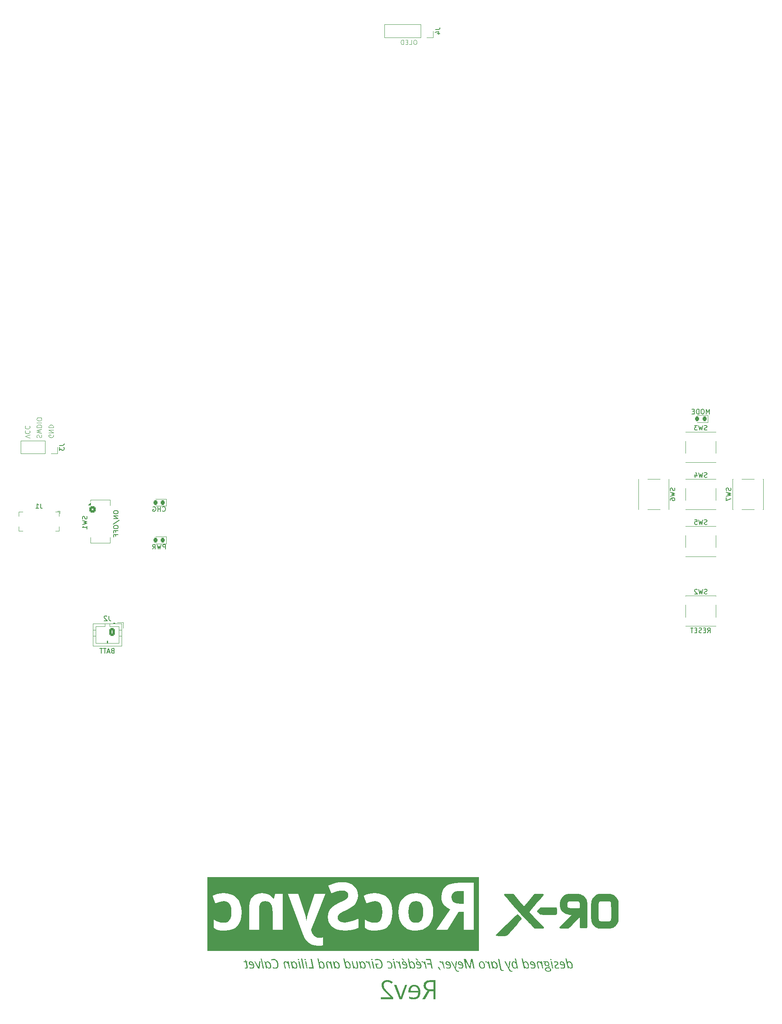
<source format=gbr>
%TF.GenerationSoftware,KiCad,Pcbnew,9.0.6*%
%TF.CreationDate,2025-12-09T15:20:41-08:00*%
%TF.ProjectId,RocSync_testing,526f6353-796e-4635-9f74-657374696e67,rev?*%
%TF.SameCoordinates,Original*%
%TF.FileFunction,Legend,Bot*%
%TF.FilePolarity,Positive*%
%FSLAX46Y46*%
G04 Gerber Fmt 4.6, Leading zero omitted, Abs format (unit mm)*
G04 Created by KiCad (PCBNEW 9.0.6) date 2025-12-09 15:20:41*
%MOMM*%
%LPD*%
G01*
G04 APERTURE LIST*
G04 Aperture macros list*
%AMRoundRect*
0 Rectangle with rounded corners*
0 $1 Rounding radius*
0 $2 $3 $4 $5 $6 $7 $8 $9 X,Y pos of 4 corners*
0 Add a 4 corners polygon primitive as box body*
4,1,4,$2,$3,$4,$5,$6,$7,$8,$9,$2,$3,0*
0 Add four circle primitives for the rounded corners*
1,1,$1+$1,$2,$3*
1,1,$1+$1,$4,$5*
1,1,$1+$1,$6,$7*
1,1,$1+$1,$8,$9*
0 Add four rect primitives between the rounded corners*
20,1,$1+$1,$2,$3,$4,$5,0*
20,1,$1+$1,$4,$5,$6,$7,0*
20,1,$1+$1,$6,$7,$8,$9,0*
20,1,$1+$1,$8,$9,$2,$3,0*%
G04 Aperture macros list end*
%ADD10C,0.100000*%
%ADD11C,0.800000*%
%ADD12C,0.500000*%
%ADD13C,0.150000*%
%ADD14C,0.120000*%
%ADD15C,0.000000*%
%ADD16R,1.550000X1.300000*%
%ADD17RoundRect,0.218750X0.218750X0.256250X-0.218750X0.256250X-0.218750X-0.256250X0.218750X-0.256250X0*%
%ADD18R,1.300000X1.550000*%
%ADD19C,1.700000*%
%ADD20R,1.700000X1.700000*%
%ADD21C,3.200000*%
%ADD22RoundRect,0.250000X-0.450000X0.450000X-0.450000X-0.450000X0.450000X-0.450000X0.450000X0.450000X0*%
%ADD23C,1.400000*%
%ADD24RoundRect,0.250000X0.350000X0.625000X-0.350000X0.625000X-0.350000X-0.625000X0.350000X-0.625000X0*%
%ADD25O,1.200000X1.750000*%
%ADD26C,0.660000*%
%ADD27O,1.000000X0.580000*%
%ADD28R,0.300000X0.850000*%
%ADD29C,1.100000*%
G04 APERTURE END LIST*
D10*
G36*
X130695498Y-226320000D02*
G01*
X130230948Y-226320000D01*
X130230948Y-224655484D01*
X129397592Y-224655484D01*
X128430390Y-226320000D01*
X127881088Y-226320000D01*
X128966015Y-224521639D01*
X128708374Y-224407610D01*
X128509358Y-224269625D01*
X128359316Y-224108394D01*
X128252136Y-223921611D01*
X128185771Y-223704173D01*
X128164707Y-223473349D01*
X128643370Y-223473349D01*
X128659602Y-223667725D01*
X128704810Y-223826070D01*
X128775926Y-223955385D01*
X128872958Y-224060753D01*
X129038076Y-224162323D01*
X129271118Y-224230703D01*
X129594207Y-224256636D01*
X130230948Y-224256636D01*
X130230948Y-222725478D01*
X129627180Y-222725478D01*
X129284839Y-222749301D01*
X129043229Y-222811198D01*
X128877110Y-222900844D01*
X128779065Y-222996823D01*
X128706772Y-223119710D01*
X128660281Y-223275655D01*
X128643370Y-223473349D01*
X128164707Y-223473349D01*
X128162456Y-223448681D01*
X128187051Y-223168722D01*
X128255729Y-222940291D01*
X128364338Y-222753168D01*
X128513677Y-222600181D01*
X128693303Y-222486501D01*
X128925613Y-222398302D01*
X129222907Y-222339841D01*
X129599825Y-222318325D01*
X130695498Y-222318325D01*
X130695498Y-226320000D01*
G37*
G36*
X126450333Y-223300026D02*
G01*
X126702531Y-223380826D01*
X126922419Y-223512606D01*
X127115387Y-223699030D01*
X127265535Y-223920390D01*
X127376593Y-224181083D01*
X127446981Y-224488510D01*
X127471981Y-224851856D01*
X127445085Y-225210960D01*
X127369518Y-225511822D01*
X127250184Y-225764640D01*
X127088031Y-225977327D01*
X126883821Y-226151061D01*
X126645937Y-226276585D01*
X126367763Y-226354911D01*
X126040230Y-226382526D01*
X125748012Y-226370237D01*
X125522435Y-226337341D01*
X125306557Y-226279385D01*
X125067410Y-226188597D01*
X125067410Y-225784131D01*
X125387322Y-225897495D01*
X125705226Y-225964268D01*
X126023865Y-225986364D01*
X126250885Y-225967396D01*
X126440897Y-225913950D01*
X126600787Y-225828889D01*
X126735589Y-225711835D01*
X126841161Y-225568642D01*
X126922325Y-225391636D01*
X126977348Y-225173891D01*
X127002058Y-224906810D01*
X124939183Y-224906810D01*
X124939183Y-224619825D01*
X124945285Y-224538004D01*
X125425470Y-224538004D01*
X126991067Y-224538004D01*
X126942613Y-224268985D01*
X126857219Y-224055612D01*
X126738276Y-223887096D01*
X126581707Y-223757880D01*
X126393176Y-223679303D01*
X126163084Y-223651646D01*
X125936936Y-223679020D01*
X125758572Y-223755655D01*
X125616713Y-223880258D01*
X125515572Y-224043261D01*
X125449738Y-224257600D01*
X125425470Y-224538004D01*
X124945285Y-224538004D01*
X124961684Y-224318111D01*
X125025567Y-224059148D01*
X125127519Y-223835767D01*
X125267201Y-223642365D01*
X125443117Y-223482180D01*
X125646202Y-223367637D01*
X125881832Y-223296731D01*
X126157710Y-223271849D01*
X126450333Y-223300026D01*
G37*
G36*
X123566294Y-226320000D02*
G01*
X124703000Y-223318743D01*
X124216713Y-223318743D01*
X123571911Y-225098541D01*
X123380314Y-225671169D01*
X123314968Y-225909183D01*
X123292986Y-225909183D01*
X123243251Y-225727187D01*
X123103209Y-225308101D01*
X122385868Y-223318743D01*
X121899581Y-223318743D01*
X123036287Y-226320000D01*
X123566294Y-226320000D01*
G37*
G36*
X119056594Y-226320000D02*
G01*
X121682449Y-226320000D01*
X121682449Y-225929699D01*
X120630495Y-224873349D01*
X120195431Y-224417145D01*
X119996685Y-224179944D01*
X119859768Y-223970057D01*
X119767096Y-223775966D01*
X119710091Y-223573721D01*
X119690648Y-223352937D01*
X119713788Y-223148174D01*
X119778978Y-222982327D01*
X119884821Y-222846622D01*
X120024828Y-222745774D01*
X120200768Y-222682366D01*
X120422888Y-222659532D01*
X120666376Y-222680279D01*
X120894277Y-222741598D01*
X121117090Y-222849460D01*
X121390334Y-223039330D01*
X121630669Y-222730362D01*
X121340964Y-222525089D01*
X121046532Y-222383304D01*
X120743811Y-222299474D01*
X120428262Y-222271430D01*
X120146883Y-222291682D01*
X119910930Y-222348543D01*
X119712621Y-222438135D01*
X119545812Y-222559392D01*
X119407439Y-222713632D01*
X119308587Y-222890680D01*
X119247495Y-223095044D01*
X119226098Y-223333154D01*
X119248971Y-223580885D01*
X119318751Y-223829940D01*
X119439322Y-224083956D01*
X119598346Y-224321431D01*
X119854725Y-224629123D01*
X120237020Y-225022826D01*
X121111409Y-225877431D01*
X121111409Y-225899169D01*
X119056594Y-225899169D01*
X119056594Y-226320000D01*
G37*
D11*
G36*
X127035430Y-205622660D02*
G01*
X127424649Y-205812219D01*
X127712229Y-206119120D01*
X127901988Y-206515318D01*
X128031720Y-207069608D01*
X128081036Y-207829431D01*
X128031812Y-208584077D01*
X127901422Y-209143085D01*
X127709176Y-209550122D01*
X127499328Y-209799924D01*
X127235826Y-209979158D01*
X126907487Y-210092052D01*
X126496510Y-210132641D01*
X126088867Y-210092252D01*
X125764048Y-209980021D01*
X125504126Y-209801955D01*
X125297888Y-209553785D01*
X125109258Y-209149058D01*
X124980780Y-208589295D01*
X124932135Y-207829431D01*
X124981265Y-207074771D01*
X125110842Y-206521177D01*
X125300941Y-206122784D01*
X125508227Y-205879625D01*
X125770020Y-205704411D01*
X126097894Y-205593630D01*
X126509944Y-205553698D01*
X127035430Y-205622660D01*
G37*
G36*
X136701587Y-206100802D02*
G01*
X136018318Y-206100802D01*
X135353027Y-206055514D01*
X134873902Y-205936884D01*
X134536374Y-205763747D01*
X134276975Y-205504812D01*
X134116470Y-205160704D01*
X134058269Y-204703122D01*
X134118121Y-204252350D01*
X134281927Y-203923097D01*
X134546754Y-203684019D01*
X134888253Y-203529509D01*
X135377327Y-203422309D01*
X136059839Y-203381158D01*
X136701587Y-203381158D01*
X136701587Y-206100802D01*
G37*
G36*
X139930283Y-216121892D02*
G01*
X82247228Y-216121892D01*
X82247228Y-204392323D01*
X83358339Y-204392323D01*
X83973220Y-206004326D01*
X84888520Y-205680094D01*
X85313930Y-205584983D01*
X85735432Y-205553698D01*
X86220785Y-205614890D01*
X86602545Y-205786507D01*
X86905964Y-206067709D01*
X87140996Y-206479880D01*
X87300352Y-207062983D01*
X87360868Y-207870952D01*
X87301148Y-208650239D01*
X87143540Y-209214527D01*
X86910187Y-209615276D01*
X86607369Y-209890219D01*
X86224346Y-210058877D01*
X85735432Y-210119207D01*
X85148455Y-210078081D01*
X84621685Y-209959228D01*
X84118166Y-209757595D01*
X83597086Y-209456699D01*
X83597086Y-211239672D01*
X84112900Y-211514083D01*
X84618632Y-211682972D01*
X85167940Y-211772187D01*
X85919835Y-211806315D01*
X86796752Y-211738373D01*
X87510853Y-211549684D01*
X88092912Y-211254742D01*
X88566235Y-210856215D01*
X88944702Y-210344724D01*
X89231320Y-209699855D01*
X89417890Y-208892017D01*
X89485781Y-207884385D01*
X89416102Y-206904615D01*
X89360265Y-206672941D01*
X91164340Y-206672941D01*
X91164340Y-211650000D01*
X93248342Y-211650000D01*
X93248342Y-207192568D01*
X93287136Y-206646664D01*
X93389887Y-206244737D01*
X93542044Y-205953646D01*
X93767435Y-205730222D01*
X94070734Y-205591024D01*
X94478105Y-205540265D01*
X94907536Y-205581268D01*
X95250087Y-205695062D01*
X95524257Y-205874910D01*
X95742061Y-206124005D01*
X95937987Y-206536063D01*
X96076780Y-207156852D01*
X96131018Y-208059019D01*
X96131018Y-211650000D01*
X98214410Y-211650000D01*
X98214410Y-204029623D01*
X99311671Y-204029623D01*
X102542393Y-212633688D01*
X102896590Y-213390720D01*
X103319368Y-213976717D01*
X103809403Y-214419103D01*
X104382758Y-214745143D01*
X105018493Y-214942751D01*
X105732815Y-215010781D01*
X106268340Y-214981674D01*
X106791608Y-214894766D01*
X106791608Y-213241852D01*
X106406172Y-213307456D01*
X105971563Y-213330390D01*
X105614657Y-213292337D01*
X105295408Y-213181068D01*
X105004971Y-212995167D01*
X104760800Y-212747948D01*
X104544939Y-212416564D01*
X104359560Y-211983391D01*
X104236828Y-211610921D01*
X105323595Y-208894330D01*
X107825976Y-208894330D01*
X107890390Y-209552804D01*
X108074637Y-210116007D01*
X108374698Y-210603262D01*
X108799284Y-211027180D01*
X109300582Y-211351255D01*
X109904985Y-211594349D01*
X110632626Y-211750368D01*
X111507937Y-211806315D01*
X112559447Y-211735747D01*
X113496291Y-211532620D01*
X114335659Y-211204867D01*
X114335659Y-209237491D01*
X113355849Y-209639182D01*
X112624738Y-209873133D01*
X111935935Y-210014043D01*
X111343684Y-210057536D01*
X110885103Y-210023111D01*
X110536937Y-209930513D01*
X110275122Y-209790701D01*
X110070901Y-209587740D01*
X109946865Y-209329143D01*
X109902651Y-208996912D01*
X109944162Y-208717510D01*
X110066904Y-208473621D01*
X110259570Y-208257188D01*
X110548063Y-208032152D01*
X110952004Y-207798312D01*
X111842550Y-207354989D01*
X112689207Y-206904626D01*
X113215805Y-206527006D01*
X113628073Y-206096494D01*
X113946702Y-205603157D01*
X114148442Y-205045004D01*
X114217448Y-204392323D01*
X115412770Y-204392323D01*
X116027651Y-206004326D01*
X116942951Y-205680094D01*
X117368361Y-205584983D01*
X117789863Y-205553698D01*
X118275216Y-205614890D01*
X118656976Y-205786507D01*
X118960395Y-206067709D01*
X119195427Y-206479880D01*
X119354783Y-207062983D01*
X119415299Y-207870952D01*
X119355579Y-208650239D01*
X119197971Y-209214527D01*
X118964618Y-209615276D01*
X118661801Y-209890219D01*
X118278778Y-210058877D01*
X117789863Y-210119207D01*
X117202886Y-210078081D01*
X116676116Y-209959228D01*
X116172598Y-209757595D01*
X115651517Y-209456699D01*
X115651517Y-211239672D01*
X116167331Y-211514083D01*
X116673063Y-211682972D01*
X117222372Y-211772187D01*
X117974267Y-211806315D01*
X118851184Y-211738373D01*
X119565284Y-211549684D01*
X120147343Y-211254742D01*
X120620667Y-210856215D01*
X120999133Y-210344724D01*
X121285751Y-209699855D01*
X121472322Y-208892017D01*
X121540212Y-207884385D01*
X121536304Y-207829431D01*
X122800505Y-207829431D01*
X122869509Y-208762074D01*
X123063325Y-209543549D01*
X123369161Y-210200154D01*
X123784193Y-210752407D01*
X124196201Y-211122606D01*
X124666323Y-211412838D01*
X125202936Y-211625866D01*
X125817499Y-211759422D01*
X126523988Y-211806315D01*
X127244147Y-211750168D01*
X127640669Y-211650000D01*
X130840369Y-211650000D01*
X133190596Y-211650000D01*
X135574406Y-207822103D01*
X136701587Y-207822103D01*
X136701587Y-211650000D01*
X138819172Y-211650000D01*
X138819172Y-201645812D01*
X135909019Y-201645812D01*
X134863076Y-201702837D01*
X134038185Y-201857629D01*
X133394162Y-202090587D01*
X132896894Y-202389532D01*
X132479819Y-202796463D01*
X132178115Y-203294401D01*
X131987954Y-203902343D01*
X131919923Y-204648168D01*
X131925203Y-204703122D01*
X131975113Y-205222544D01*
X132136681Y-205743099D01*
X132405355Y-206221702D01*
X132764790Y-206639590D01*
X133217751Y-206999028D01*
X133778000Y-207301256D01*
X130840369Y-211650000D01*
X127640669Y-211650000D01*
X127886342Y-211587939D01*
X128463886Y-211323935D01*
X128979070Y-210956779D01*
X129407446Y-210498261D01*
X129755320Y-209937857D01*
X130000136Y-209320286D01*
X130152678Y-208622269D01*
X130205948Y-207829431D01*
X130137037Y-206892269D01*
X129943965Y-206111181D01*
X129640167Y-205458812D01*
X129228977Y-204913782D01*
X128709303Y-204470854D01*
X128092459Y-204148314D01*
X127358973Y-203945372D01*
X126482466Y-203873307D01*
X125762148Y-203929124D01*
X125119936Y-204090362D01*
X124542567Y-204352634D01*
X124027168Y-204716995D01*
X123599059Y-205172115D01*
X123251744Y-205728332D01*
X123006810Y-206341224D01*
X122853965Y-207036633D01*
X122800505Y-207829431D01*
X121536304Y-207829431D01*
X121470534Y-206904615D01*
X121276875Y-206101103D01*
X120975092Y-205442334D01*
X120570568Y-204903401D01*
X120165947Y-204545032D01*
X119696794Y-204261868D01*
X119153452Y-204052363D01*
X118522999Y-203920042D01*
X117789863Y-203873307D01*
X116918767Y-203933540D01*
X116130675Y-204108182D01*
X115412770Y-204392323D01*
X114217448Y-204392323D01*
X114219643Y-204371563D01*
X114159435Y-203723162D01*
X113987923Y-203171279D01*
X113710526Y-202697033D01*
X113321440Y-202287561D01*
X112856064Y-201969864D01*
X112299554Y-201733374D01*
X111634200Y-201582482D01*
X110838101Y-201528576D01*
X110071737Y-201575387D01*
X109352494Y-201712979D01*
X108642763Y-201930196D01*
X107873604Y-202231995D01*
X108556873Y-203878192D01*
X109326235Y-203586428D01*
X109878837Y-203420847D01*
X110400656Y-203322815D01*
X110906489Y-203290788D01*
X111297768Y-203326171D01*
X111598347Y-203422552D01*
X111828506Y-203571667D01*
X112006503Y-203776824D01*
X112112792Y-204016944D01*
X112149685Y-204303175D01*
X112116249Y-204569603D01*
X112020237Y-204792271D01*
X111860855Y-204988868D01*
X111606856Y-205196493D01*
X111223242Y-205419600D01*
X110264741Y-205897470D01*
X109349700Y-206393606D01*
X108733400Y-206839917D01*
X108344992Y-207242027D01*
X108061182Y-207715126D01*
X107886865Y-208259914D01*
X107825976Y-208894330D01*
X105323595Y-208894330D01*
X107269713Y-204029623D01*
X104987874Y-204029623D01*
X103546842Y-208325854D01*
X103395893Y-208913990D01*
X103294050Y-209650872D01*
X103253140Y-209650872D01*
X103140890Y-208962182D01*
X102959438Y-208325854D01*
X101545272Y-204029623D01*
X99311671Y-204029623D01*
X98214410Y-204029623D01*
X96623168Y-204029623D01*
X96342899Y-204993771D01*
X96226884Y-204993771D01*
X95965834Y-204655549D01*
X95648075Y-204378080D01*
X95267009Y-204157240D01*
X94850369Y-204002287D01*
X94389420Y-203906484D01*
X93876657Y-203873307D01*
X93211312Y-203924617D01*
X92666509Y-204067461D01*
X92219859Y-204291206D01*
X91854326Y-204593824D01*
X91565813Y-204971325D01*
X91351174Y-205431481D01*
X91213728Y-205991410D01*
X91164340Y-206672941D01*
X89360265Y-206672941D01*
X89222443Y-206101103D01*
X88920660Y-205442334D01*
X88516137Y-204903401D01*
X88111516Y-204545032D01*
X87642363Y-204261868D01*
X87099020Y-204052363D01*
X86468568Y-203920042D01*
X85735432Y-203873307D01*
X84864335Y-203933540D01*
X84076243Y-204108182D01*
X83358339Y-204392323D01*
X82247228Y-204392323D01*
X82247228Y-200417465D01*
X139930283Y-200417465D01*
X139930283Y-216121892D01*
G37*
D10*
X44542580Y-107338972D02*
X43542580Y-107005639D01*
X43542580Y-107005639D02*
X44542580Y-106672306D01*
X43637819Y-105767544D02*
X43590200Y-105815163D01*
X43590200Y-105815163D02*
X43542580Y-105958020D01*
X43542580Y-105958020D02*
X43542580Y-106053258D01*
X43542580Y-106053258D02*
X43590200Y-106196115D01*
X43590200Y-106196115D02*
X43685438Y-106291353D01*
X43685438Y-106291353D02*
X43780676Y-106338972D01*
X43780676Y-106338972D02*
X43971152Y-106386591D01*
X43971152Y-106386591D02*
X44114009Y-106386591D01*
X44114009Y-106386591D02*
X44304485Y-106338972D01*
X44304485Y-106338972D02*
X44399723Y-106291353D01*
X44399723Y-106291353D02*
X44494961Y-106196115D01*
X44494961Y-106196115D02*
X44542580Y-106053258D01*
X44542580Y-106053258D02*
X44542580Y-105958020D01*
X44542580Y-105958020D02*
X44494961Y-105815163D01*
X44494961Y-105815163D02*
X44447342Y-105767544D01*
X43637819Y-104767544D02*
X43590200Y-104815163D01*
X43590200Y-104815163D02*
X43542580Y-104958020D01*
X43542580Y-104958020D02*
X43542580Y-105053258D01*
X43542580Y-105053258D02*
X43590200Y-105196115D01*
X43590200Y-105196115D02*
X43685438Y-105291353D01*
X43685438Y-105291353D02*
X43780676Y-105338972D01*
X43780676Y-105338972D02*
X43971152Y-105386591D01*
X43971152Y-105386591D02*
X44114009Y-105386591D01*
X44114009Y-105386591D02*
X44304485Y-105338972D01*
X44304485Y-105338972D02*
X44399723Y-105291353D01*
X44399723Y-105291353D02*
X44494961Y-105196115D01*
X44494961Y-105196115D02*
X44542580Y-105053258D01*
X44542580Y-105053258D02*
X44542580Y-104958020D01*
X44542580Y-104958020D02*
X44494961Y-104815163D01*
X44494961Y-104815163D02*
X44447342Y-104767544D01*
X126452380Y-22872419D02*
X126261904Y-22872419D01*
X126261904Y-22872419D02*
X126166666Y-22920038D01*
X126166666Y-22920038D02*
X126071428Y-23015276D01*
X126071428Y-23015276D02*
X126023809Y-23205752D01*
X126023809Y-23205752D02*
X126023809Y-23539085D01*
X126023809Y-23539085D02*
X126071428Y-23729561D01*
X126071428Y-23729561D02*
X126166666Y-23824800D01*
X126166666Y-23824800D02*
X126261904Y-23872419D01*
X126261904Y-23872419D02*
X126452380Y-23872419D01*
X126452380Y-23872419D02*
X126547618Y-23824800D01*
X126547618Y-23824800D02*
X126642856Y-23729561D01*
X126642856Y-23729561D02*
X126690475Y-23539085D01*
X126690475Y-23539085D02*
X126690475Y-23205752D01*
X126690475Y-23205752D02*
X126642856Y-23015276D01*
X126642856Y-23015276D02*
X126547618Y-22920038D01*
X126547618Y-22920038D02*
X126452380Y-22872419D01*
X125119047Y-23872419D02*
X125595237Y-23872419D01*
X125595237Y-23872419D02*
X125595237Y-22872419D01*
X124785713Y-23348609D02*
X124452380Y-23348609D01*
X124309523Y-23872419D02*
X124785713Y-23872419D01*
X124785713Y-23872419D02*
X124785713Y-22872419D01*
X124785713Y-22872419D02*
X124309523Y-22872419D01*
X123880951Y-23872419D02*
X123880951Y-22872419D01*
X123880951Y-22872419D02*
X123642856Y-22872419D01*
X123642856Y-22872419D02*
X123499999Y-22920038D01*
X123499999Y-22920038D02*
X123404761Y-23015276D01*
X123404761Y-23015276D02*
X123357142Y-23110514D01*
X123357142Y-23110514D02*
X123309523Y-23300990D01*
X123309523Y-23300990D02*
X123309523Y-23443847D01*
X123309523Y-23443847D02*
X123357142Y-23634323D01*
X123357142Y-23634323D02*
X123404761Y-23729561D01*
X123404761Y-23729561D02*
X123499999Y-23824800D01*
X123499999Y-23824800D02*
X123642856Y-23872419D01*
X123642856Y-23872419D02*
X123880951Y-23872419D01*
X46090200Y-107223734D02*
X46042580Y-107080877D01*
X46042580Y-107080877D02*
X46042580Y-106842782D01*
X46042580Y-106842782D02*
X46090200Y-106747544D01*
X46090200Y-106747544D02*
X46137819Y-106699925D01*
X46137819Y-106699925D02*
X46233057Y-106652306D01*
X46233057Y-106652306D02*
X46328295Y-106652306D01*
X46328295Y-106652306D02*
X46423533Y-106699925D01*
X46423533Y-106699925D02*
X46471152Y-106747544D01*
X46471152Y-106747544D02*
X46518771Y-106842782D01*
X46518771Y-106842782D02*
X46566390Y-107033258D01*
X46566390Y-107033258D02*
X46614009Y-107128496D01*
X46614009Y-107128496D02*
X46661628Y-107176115D01*
X46661628Y-107176115D02*
X46756866Y-107223734D01*
X46756866Y-107223734D02*
X46852104Y-107223734D01*
X46852104Y-107223734D02*
X46947342Y-107176115D01*
X46947342Y-107176115D02*
X46994961Y-107128496D01*
X46994961Y-107128496D02*
X47042580Y-107033258D01*
X47042580Y-107033258D02*
X47042580Y-106795163D01*
X47042580Y-106795163D02*
X46994961Y-106652306D01*
X47042580Y-106318972D02*
X46042580Y-106080877D01*
X46042580Y-106080877D02*
X46756866Y-105890401D01*
X46756866Y-105890401D02*
X46042580Y-105699925D01*
X46042580Y-105699925D02*
X47042580Y-105461830D01*
X46042580Y-105080877D02*
X47042580Y-105080877D01*
X47042580Y-105080877D02*
X47042580Y-104842782D01*
X47042580Y-104842782D02*
X46994961Y-104699925D01*
X46994961Y-104699925D02*
X46899723Y-104604687D01*
X46899723Y-104604687D02*
X46804485Y-104557068D01*
X46804485Y-104557068D02*
X46614009Y-104509449D01*
X46614009Y-104509449D02*
X46471152Y-104509449D01*
X46471152Y-104509449D02*
X46280676Y-104557068D01*
X46280676Y-104557068D02*
X46185438Y-104604687D01*
X46185438Y-104604687D02*
X46090200Y-104699925D01*
X46090200Y-104699925D02*
X46042580Y-104842782D01*
X46042580Y-104842782D02*
X46042580Y-105080877D01*
X46042580Y-104080877D02*
X47042580Y-104080877D01*
X47042580Y-103414211D02*
X47042580Y-103223735D01*
X47042580Y-103223735D02*
X46994961Y-103128497D01*
X46994961Y-103128497D02*
X46899723Y-103033259D01*
X46899723Y-103033259D02*
X46709247Y-102985640D01*
X46709247Y-102985640D02*
X46375914Y-102985640D01*
X46375914Y-102985640D02*
X46185438Y-103033259D01*
X46185438Y-103033259D02*
X46090200Y-103128497D01*
X46090200Y-103128497D02*
X46042580Y-103223735D01*
X46042580Y-103223735D02*
X46042580Y-103414211D01*
X46042580Y-103414211D02*
X46090200Y-103509449D01*
X46090200Y-103509449D02*
X46185438Y-103604687D01*
X46185438Y-103604687D02*
X46375914Y-103652306D01*
X46375914Y-103652306D02*
X46709247Y-103652306D01*
X46709247Y-103652306D02*
X46899723Y-103604687D01*
X46899723Y-103604687D02*
X46994961Y-103509449D01*
X46994961Y-103509449D02*
X47042580Y-103414211D01*
X49494961Y-106652306D02*
X49542580Y-106747544D01*
X49542580Y-106747544D02*
X49542580Y-106890401D01*
X49542580Y-106890401D02*
X49494961Y-107033258D01*
X49494961Y-107033258D02*
X49399723Y-107128496D01*
X49399723Y-107128496D02*
X49304485Y-107176115D01*
X49304485Y-107176115D02*
X49114009Y-107223734D01*
X49114009Y-107223734D02*
X48971152Y-107223734D01*
X48971152Y-107223734D02*
X48780676Y-107176115D01*
X48780676Y-107176115D02*
X48685438Y-107128496D01*
X48685438Y-107128496D02*
X48590200Y-107033258D01*
X48590200Y-107033258D02*
X48542580Y-106890401D01*
X48542580Y-106890401D02*
X48542580Y-106795163D01*
X48542580Y-106795163D02*
X48590200Y-106652306D01*
X48590200Y-106652306D02*
X48637819Y-106604687D01*
X48637819Y-106604687D02*
X48971152Y-106604687D01*
X48971152Y-106604687D02*
X48971152Y-106795163D01*
X48542580Y-106176115D02*
X49542580Y-106176115D01*
X49542580Y-106176115D02*
X48542580Y-105604687D01*
X48542580Y-105604687D02*
X49542580Y-105604687D01*
X48542580Y-105128496D02*
X49542580Y-105128496D01*
X49542580Y-105128496D02*
X49542580Y-104890401D01*
X49542580Y-104890401D02*
X49494961Y-104747544D01*
X49494961Y-104747544D02*
X49399723Y-104652306D01*
X49399723Y-104652306D02*
X49304485Y-104604687D01*
X49304485Y-104604687D02*
X49114009Y-104557068D01*
X49114009Y-104557068D02*
X48971152Y-104557068D01*
X48971152Y-104557068D02*
X48780676Y-104604687D01*
X48780676Y-104604687D02*
X48685438Y-104652306D01*
X48685438Y-104652306D02*
X48590200Y-104747544D01*
X48590200Y-104747544D02*
X48542580Y-104890401D01*
X48542580Y-104890401D02*
X48542580Y-105128496D01*
D12*
G36*
X158623935Y-218192595D02*
G01*
X158657450Y-218361345D01*
X158685484Y-218566531D01*
X158699040Y-218566531D01*
X158755142Y-218468977D01*
X158820445Y-218397230D01*
X158895374Y-218347110D01*
X158981835Y-218316570D01*
X159082989Y-218305924D01*
X159216897Y-218320692D01*
X159340958Y-218364551D01*
X159458146Y-218439036D01*
X159558891Y-218536368D01*
X159647557Y-218660576D01*
X159723883Y-218816147D01*
X159777771Y-218981514D01*
X159810843Y-219160069D01*
X159822190Y-219353848D01*
X159808840Y-219509687D01*
X159772269Y-219631649D01*
X159715578Y-219726929D01*
X159657521Y-219785340D01*
X159590145Y-219826765D01*
X159511600Y-219852303D01*
X159419068Y-219861263D01*
X159335366Y-219853518D01*
X159252935Y-219830091D01*
X159170551Y-219789944D01*
X159095014Y-219736708D01*
X159009459Y-219657774D01*
X158912264Y-219547166D01*
X158901273Y-219547166D01*
X158931315Y-219830000D01*
X158741416Y-219830000D01*
X158524579Y-218807599D01*
X158781105Y-218807599D01*
X158789910Y-218944357D01*
X158816397Y-219079733D01*
X158861095Y-219214752D01*
X158922263Y-219342884D01*
X158994467Y-219451561D01*
X159077616Y-219543014D01*
X159174161Y-219618353D01*
X159261396Y-219658786D01*
X159342620Y-219671364D01*
X159430411Y-219658964D01*
X159495209Y-219624691D01*
X159542954Y-219568270D01*
X159574865Y-219483506D01*
X159587107Y-219359588D01*
X159579020Y-219209813D01*
X159555068Y-219066194D01*
X159515421Y-218927766D01*
X159459486Y-218795165D01*
X159395961Y-218690419D01*
X159325523Y-218609152D01*
X159241603Y-218544445D01*
X159157011Y-218507819D01*
X159069312Y-218495823D01*
X158978875Y-218505614D01*
X158908991Y-218532604D01*
X158854867Y-218575446D01*
X158815688Y-218632901D01*
X158790401Y-218708492D01*
X158781105Y-218807599D01*
X158524579Y-218807599D01*
X158290544Y-217704110D01*
X158517445Y-217704110D01*
X158623935Y-218192595D01*
G37*
G36*
X157594783Y-218320393D02*
G01*
X157717276Y-218363619D01*
X157834664Y-218437449D01*
X157936509Y-218533489D01*
X158026507Y-218654714D01*
X158104553Y-218805034D01*
X158161123Y-218964983D01*
X158194938Y-219128994D01*
X158206280Y-219298527D01*
X158196262Y-219430148D01*
X158168084Y-219540596D01*
X158123505Y-219633600D01*
X158062787Y-219712030D01*
X157986631Y-219775779D01*
X157897323Y-219822039D01*
X157792271Y-219851017D01*
X157667969Y-219861263D01*
X157551944Y-219855029D01*
X157450714Y-219837327D01*
X157349828Y-219806263D01*
X157223935Y-219753307D01*
X157223935Y-219554005D01*
X157354814Y-219612005D01*
X157449982Y-219644131D01*
X157540614Y-219662674D01*
X157626936Y-219668677D01*
X157739904Y-219656066D01*
X157824309Y-219621711D01*
X157887176Y-219567561D01*
X157931959Y-219495518D01*
X157960718Y-219403472D01*
X157971196Y-219285949D01*
X157965823Y-219175795D01*
X157920638Y-219175795D01*
X157703921Y-219165284D01*
X157527734Y-219136416D01*
X157385555Y-219092506D01*
X157271684Y-219035844D01*
X157169659Y-218956479D01*
X157100357Y-218867294D01*
X157059095Y-218766422D01*
X157047243Y-218669235D01*
X157271684Y-218669235D01*
X157281716Y-218740639D01*
X157311116Y-218802205D01*
X157361504Y-218856595D01*
X157437770Y-218904685D01*
X157551787Y-218946465D01*
X157707302Y-218975084D01*
X157915264Y-218985896D01*
X157931629Y-218985896D01*
X157878533Y-218838328D01*
X157815140Y-218721222D01*
X157742463Y-218629668D01*
X157654007Y-218555688D01*
X157566809Y-218514595D01*
X157478070Y-218501318D01*
X157408504Y-218507540D01*
X157357919Y-218524082D01*
X157321632Y-218549068D01*
X157284324Y-218602619D01*
X157271684Y-218669235D01*
X157047243Y-218669235D01*
X157044905Y-218650062D01*
X157057421Y-218546506D01*
X157092651Y-218463695D01*
X157150174Y-218396782D01*
X157225636Y-218349052D01*
X157327686Y-218317631D01*
X157464392Y-218305924D01*
X157594783Y-218320393D01*
G37*
G36*
X155956437Y-219408070D02*
G01*
X155966515Y-219512150D01*
X155995236Y-219600473D01*
X156041820Y-219676216D01*
X156107501Y-219741461D01*
X156185113Y-219791073D01*
X156279546Y-219828472D01*
X156394152Y-219852585D01*
X156532972Y-219861263D01*
X156684633Y-219850386D01*
X156822797Y-219818733D01*
X156949650Y-219766985D01*
X156949650Y-219551074D01*
X156850658Y-219601833D01*
X156743387Y-219639979D01*
X156634226Y-219663913D01*
X156538467Y-219671364D01*
X156425325Y-219662459D01*
X156340981Y-219638657D01*
X156278837Y-219602854D01*
X156229698Y-219552049D01*
X156201134Y-219494366D01*
X156191398Y-219427243D01*
X156203627Y-219354663D01*
X156239270Y-219295840D01*
X156302973Y-219240978D01*
X156445533Y-219149295D01*
X156561308Y-219076972D01*
X156642723Y-219012015D01*
X156696981Y-218953534D01*
X156737633Y-218886389D01*
X156762251Y-218811341D01*
X156770742Y-218726266D01*
X156761742Y-218634550D01*
X156735805Y-218554699D01*
X156693259Y-218484281D01*
X156632745Y-218421695D01*
X156534793Y-218359135D01*
X156415507Y-218319920D01*
X156269312Y-218305924D01*
X156115753Y-218317105D01*
X155965958Y-218350604D01*
X155818440Y-218407041D01*
X155892201Y-218594131D01*
X155968771Y-218560059D01*
X156062363Y-218527730D01*
X156162178Y-218508037D01*
X156269312Y-218501318D01*
X156352112Y-218508733D01*
X156417385Y-218529147D01*
X156468858Y-218561036D01*
X156509202Y-218604925D01*
X156532974Y-218655570D01*
X156541154Y-218715275D01*
X156528889Y-218786894D01*
X156492672Y-218846800D01*
X156429161Y-218901678D01*
X156292515Y-218987728D01*
X156158329Y-219069977D01*
X156082832Y-219128778D01*
X156026490Y-219191033D01*
X155987944Y-219255418D01*
X155964563Y-219326271D01*
X155956437Y-219408070D01*
G37*
G36*
X155452686Y-219830000D02*
G01*
X155682274Y-219830000D01*
X155362560Y-218329371D01*
X155133094Y-218329371D01*
X155452686Y-219830000D01*
G37*
G36*
X155298324Y-217947986D02*
G01*
X155286941Y-217877158D01*
X155254605Y-217822934D01*
X155204887Y-217786776D01*
X155141276Y-217774452D01*
X155086829Y-217782775D01*
X155051278Y-217804973D01*
X155029294Y-217841287D01*
X155020987Y-217897428D01*
X155032680Y-217967498D01*
X155066782Y-218024556D01*
X155117135Y-218063960D01*
X155172661Y-218076458D01*
X155223135Y-218067850D01*
X155262787Y-218042997D01*
X155288890Y-218003955D01*
X155298324Y-217947986D01*
G37*
G36*
X154392273Y-218317048D02*
G01*
X154501492Y-218349121D01*
X154598519Y-218401502D01*
X154685397Y-218475307D01*
X154755996Y-218564601D01*
X154806592Y-218665146D01*
X154837802Y-218779117D01*
X154848673Y-218909448D01*
X154834642Y-219017173D01*
X154794085Y-219108140D01*
X154731113Y-219183380D01*
X154653279Y-219237100D01*
X154768375Y-219300846D01*
X154847330Y-219363251D01*
X154886346Y-219411718D01*
X154909192Y-219464918D01*
X154916939Y-219524696D01*
X154905264Y-219591023D01*
X154871016Y-219644910D01*
X154810449Y-219689560D01*
X154953828Y-219747203D01*
X155057117Y-219807207D01*
X155128698Y-219868712D01*
X155183640Y-219943687D01*
X155216092Y-220025827D01*
X155227128Y-220117718D01*
X155217385Y-220205681D01*
X155189407Y-220280582D01*
X155143290Y-220345319D01*
X155076796Y-220401528D01*
X154971792Y-220454557D01*
X154835995Y-220489350D01*
X154661461Y-220502156D01*
X154477036Y-220491998D01*
X154325371Y-220463895D01*
X154201181Y-220420666D01*
X154099947Y-220364036D01*
X154012126Y-220287240D01*
X153950874Y-220198490D01*
X153913551Y-220095469D01*
X153902426Y-219991933D01*
X154124493Y-219991933D01*
X154133409Y-220067467D01*
X154159152Y-220132105D01*
X154202007Y-220188394D01*
X154264567Y-220237641D01*
X154361980Y-220283241D01*
X154489025Y-220313426D01*
X154653279Y-220324591D01*
X154768863Y-220316470D01*
X154854487Y-220294909D01*
X154916939Y-220262920D01*
X154966787Y-220216337D01*
X154995768Y-220161642D01*
X155005721Y-220095980D01*
X154995923Y-220018433D01*
X154967148Y-219949866D01*
X154918283Y-219887885D01*
X154855251Y-219838505D01*
X154772912Y-219798011D01*
X154666957Y-219767473D01*
X154449703Y-219789333D01*
X154331026Y-219807960D01*
X154250470Y-219831477D01*
X154198377Y-219857721D01*
X154156759Y-219895275D01*
X154132720Y-219939245D01*
X154124493Y-219991933D01*
X153902426Y-219991933D01*
X153900523Y-219974225D01*
X153913984Y-219862720D01*
X153951408Y-219776262D01*
X154011897Y-219708855D01*
X154091394Y-219659887D01*
X154207203Y-219618739D01*
X154370446Y-219588565D01*
X154530303Y-219569392D01*
X154611009Y-219555554D01*
X154661461Y-219540205D01*
X154694813Y-219513145D01*
X154706524Y-219465956D01*
X154697228Y-219420657D01*
X154667618Y-219376841D01*
X154611068Y-219332540D01*
X154516625Y-219287658D01*
X154401953Y-219298527D01*
X154270087Y-219287956D01*
X154157307Y-219257931D01*
X154060243Y-219209854D01*
X153976360Y-219143555D01*
X153907940Y-219061349D01*
X153858600Y-218966459D01*
X153827902Y-218856417D01*
X153817114Y-218727854D01*
X153818824Y-218705994D01*
X154038520Y-218705994D01*
X154049456Y-218820066D01*
X154081507Y-218923736D01*
X154134671Y-219014226D01*
X154205216Y-219081395D01*
X154291600Y-219124038D01*
X154393649Y-219138670D01*
X154464093Y-219131284D01*
X154519958Y-219110743D01*
X154564497Y-219077976D01*
X154597366Y-219033689D01*
X154618291Y-218976079D01*
X154625924Y-218901144D01*
X154614657Y-218788512D01*
X154581594Y-218686210D01*
X154527422Y-218597060D01*
X154457274Y-218531971D01*
X154371718Y-218490796D01*
X154270795Y-218476650D01*
X154198311Y-218483929D01*
X154142150Y-218503933D01*
X154098604Y-218535390D01*
X154066422Y-218578150D01*
X154045973Y-218633730D01*
X154038520Y-218705994D01*
X153818824Y-218705994D01*
X153823950Y-218640472D01*
X153843066Y-218568254D01*
X153873167Y-218508401D01*
X153584839Y-218475551D01*
X153550767Y-218329371D01*
X154057571Y-218329371D01*
X154162143Y-218311785D01*
X154267986Y-218305924D01*
X154392273Y-218317048D01*
G37*
G36*
X152656594Y-219830000D02*
G01*
X152454483Y-218885024D01*
X152432445Y-218753501D01*
X152427128Y-218688286D01*
X152439855Y-218609131D01*
X152475610Y-218550411D01*
X152511446Y-218523117D01*
X152561544Y-218505222D01*
X152630704Y-218498510D01*
X152709275Y-218507214D01*
X152787763Y-218533870D01*
X152867742Y-218580453D01*
X152939213Y-218640417D01*
X153007052Y-218717419D01*
X153071318Y-218813949D01*
X153123354Y-218917720D01*
X153168008Y-219039354D01*
X153204430Y-219181290D01*
X153342428Y-219830000D01*
X153572016Y-219830000D01*
X153252302Y-218329371D01*
X153062403Y-218329371D01*
X153092445Y-218610495D01*
X153078768Y-218610495D01*
X152985981Y-218503713D01*
X152901921Y-218427005D01*
X152825366Y-218374923D01*
X152741748Y-218336176D01*
X152657663Y-218313457D01*
X152571964Y-218305924D01*
X152459952Y-218317436D01*
X152370276Y-218349543D01*
X152298045Y-218400812D01*
X152243582Y-218470062D01*
X152209690Y-218556871D01*
X152197539Y-218666427D01*
X152204864Y-218777484D01*
X152229047Y-218912257D01*
X152424319Y-219830000D01*
X152656594Y-219830000D01*
G37*
G36*
X151291364Y-218320393D02*
G01*
X151413857Y-218363619D01*
X151531245Y-218437449D01*
X151633090Y-218533489D01*
X151723088Y-218654714D01*
X151801133Y-218805034D01*
X151857704Y-218964983D01*
X151891518Y-219128994D01*
X151902860Y-219298527D01*
X151892843Y-219430148D01*
X151864665Y-219540596D01*
X151820085Y-219633600D01*
X151759368Y-219712030D01*
X151683212Y-219775779D01*
X151593904Y-219822039D01*
X151488852Y-219851017D01*
X151364549Y-219861263D01*
X151248525Y-219855029D01*
X151147295Y-219837327D01*
X151046408Y-219806263D01*
X150920516Y-219753307D01*
X150920516Y-219554005D01*
X151051395Y-219612005D01*
X151146562Y-219644131D01*
X151237194Y-219662674D01*
X151323516Y-219668677D01*
X151436484Y-219656066D01*
X151520889Y-219621711D01*
X151583757Y-219567561D01*
X151628539Y-219495518D01*
X151657299Y-219403472D01*
X151667777Y-219285949D01*
X151662403Y-219175795D01*
X151617218Y-219175795D01*
X151400502Y-219165284D01*
X151224314Y-219136416D01*
X151082136Y-219092506D01*
X150968265Y-219035844D01*
X150866239Y-218956479D01*
X150796938Y-218867294D01*
X150755675Y-218766422D01*
X150743824Y-218669235D01*
X150968265Y-218669235D01*
X150978297Y-218740639D01*
X151007697Y-218802205D01*
X151058085Y-218856595D01*
X151134350Y-218904685D01*
X151248367Y-218946465D01*
X151403882Y-218975084D01*
X151611845Y-218985896D01*
X151628209Y-218985896D01*
X151575113Y-218838328D01*
X151511721Y-218721222D01*
X151439043Y-218629668D01*
X151350587Y-218555688D01*
X151263389Y-218514595D01*
X151174650Y-218501318D01*
X151105085Y-218507540D01*
X151054500Y-218524082D01*
X151018213Y-218549068D01*
X150980904Y-218602619D01*
X150968265Y-218669235D01*
X150743824Y-218669235D01*
X150741486Y-218650062D01*
X150754002Y-218546506D01*
X150789231Y-218463695D01*
X150846754Y-218396782D01*
X150922217Y-218349052D01*
X151024267Y-218317631D01*
X151160973Y-218305924D01*
X151291364Y-218320393D01*
G37*
G36*
X149325121Y-218192595D02*
G01*
X149358636Y-218361345D01*
X149386671Y-218566531D01*
X149400226Y-218566531D01*
X149456328Y-218468977D01*
X149521631Y-218397230D01*
X149596560Y-218347110D01*
X149683021Y-218316570D01*
X149784176Y-218305924D01*
X149918084Y-218320692D01*
X150042145Y-218364551D01*
X150159333Y-218439036D01*
X150260077Y-218536368D01*
X150348743Y-218660576D01*
X150425069Y-218816147D01*
X150478958Y-218981514D01*
X150512029Y-219160069D01*
X150523377Y-219353848D01*
X150510027Y-219509687D01*
X150473455Y-219631649D01*
X150416765Y-219726929D01*
X150358707Y-219785340D01*
X150291331Y-219826765D01*
X150212787Y-219852303D01*
X150120254Y-219861263D01*
X150036553Y-219853518D01*
X149954121Y-219830091D01*
X149871737Y-219789944D01*
X149796201Y-219736708D01*
X149710645Y-219657774D01*
X149613450Y-219547166D01*
X149602459Y-219547166D01*
X149632501Y-219830000D01*
X149442602Y-219830000D01*
X149225765Y-218807599D01*
X149482292Y-218807599D01*
X149491096Y-218944357D01*
X149517584Y-219079733D01*
X149562281Y-219214752D01*
X149623449Y-219342884D01*
X149695654Y-219451561D01*
X149778802Y-219543014D01*
X149875348Y-219618353D01*
X149962583Y-219658786D01*
X150043806Y-219671364D01*
X150131598Y-219658964D01*
X150196395Y-219624691D01*
X150244140Y-219568270D01*
X150276051Y-219483506D01*
X150288293Y-219359588D01*
X150280206Y-219209813D01*
X150256255Y-219066194D01*
X150216608Y-218927766D01*
X150160672Y-218795165D01*
X150097147Y-218690419D01*
X150026709Y-218609152D01*
X149942789Y-218544445D01*
X149858197Y-218507819D01*
X149770498Y-218495823D01*
X149680061Y-218505614D01*
X149610177Y-218532604D01*
X149556053Y-218575446D01*
X149516874Y-218632901D01*
X149491587Y-218708492D01*
X149482292Y-218807599D01*
X149225765Y-218807599D01*
X148991730Y-217704110D01*
X149218631Y-217704110D01*
X149325121Y-218192595D01*
G37*
G36*
X148233844Y-219830000D02*
G01*
X148062996Y-219830000D01*
X147967375Y-219600655D01*
X147953698Y-219600655D01*
X147913901Y-219676422D01*
X147863800Y-219739473D01*
X147802878Y-219791287D01*
X147733040Y-219829859D01*
X147655989Y-219853229D01*
X147569870Y-219861263D01*
X147467116Y-219852696D01*
X147370843Y-219827380D01*
X147279571Y-219785148D01*
X147192149Y-219724853D01*
X147091506Y-219625276D01*
X147004442Y-219500025D01*
X146931175Y-219344933D01*
X146879727Y-219180226D01*
X146848263Y-219004098D01*
X146837508Y-218814804D01*
X146838134Y-218807599D01*
X147072592Y-218807599D01*
X147080659Y-218960153D01*
X147104456Y-219105132D01*
X147143666Y-219243572D01*
X147199151Y-219376135D01*
X147261995Y-219480111D01*
X147331489Y-219560111D01*
X147414309Y-219623666D01*
X147497535Y-219659607D01*
X147583548Y-219671364D01*
X147675792Y-219661483D01*
X147747256Y-219634234D01*
X147802756Y-219591008D01*
X147843212Y-219532964D01*
X147869122Y-219457525D01*
X147878593Y-219359588D01*
X147869775Y-219222853D01*
X147843303Y-219088173D01*
X147798726Y-218954511D01*
X147737730Y-218827602D01*
X147665743Y-218718885D01*
X147582815Y-218626371D01*
X147486512Y-218549884D01*
X147398567Y-218508693D01*
X147315735Y-218495823D01*
X147228534Y-218508188D01*
X147164113Y-218542391D01*
X147116590Y-218598764D01*
X147084796Y-218683549D01*
X147072592Y-218807599D01*
X146838134Y-218807599D01*
X146850950Y-218659983D01*
X146887911Y-218537920D01*
X146945463Y-218441723D01*
X147004236Y-218382701D01*
X147072498Y-218340821D01*
X147152132Y-218314990D01*
X147246004Y-218305924D01*
X147331399Y-218314153D01*
X147415909Y-218339127D01*
X147500872Y-218382128D01*
X147578670Y-218438225D01*
X147661978Y-218516154D01*
X147751587Y-218620020D01*
X147763799Y-218620020D01*
X147660728Y-218209815D01*
X147553506Y-217704110D01*
X147782972Y-217704110D01*
X148233844Y-219830000D01*
G37*
G36*
X146593998Y-218329371D02*
G01*
X146364410Y-218329371D01*
X146263293Y-219075045D01*
X146236671Y-219353482D01*
X146223726Y-219649748D01*
X146215544Y-219649748D01*
X146096719Y-219376074D01*
X145991451Y-219162606D01*
X145547417Y-218329371D01*
X145304273Y-218329371D01*
X146255111Y-220083524D01*
X146347902Y-220236688D01*
X146431329Y-220342137D01*
X146506559Y-220410443D01*
X146593450Y-220460695D01*
X146692206Y-220491459D01*
X146805756Y-220502156D01*
X146902843Y-220494963D01*
X146996999Y-220473457D01*
X146996999Y-220289054D01*
X146909595Y-220307408D01*
X146817969Y-220313600D01*
X146745895Y-220305694D01*
X146682616Y-220282720D01*
X146626116Y-220244480D01*
X146551265Y-220163901D01*
X146471022Y-220039926D01*
X146367096Y-219853813D01*
X146593998Y-218329371D01*
G37*
G36*
X144963555Y-220353656D02*
G01*
X145096637Y-220343533D01*
X145172627Y-220319462D01*
X145164444Y-220118572D01*
X145068454Y-220138996D01*
X144966363Y-220145928D01*
X144878698Y-220136000D01*
X144804301Y-220107495D01*
X144740195Y-220060443D01*
X144688987Y-219998397D01*
X144647404Y-219916767D01*
X144616486Y-219811071D01*
X144197121Y-217829162D01*
X143964846Y-217829162D01*
X144387019Y-219835617D01*
X144429057Y-219983516D01*
X144484597Y-220100401D01*
X144552216Y-220191611D01*
X144631899Y-220261128D01*
X144725049Y-220311293D01*
X144834357Y-220342603D01*
X144963555Y-220353656D01*
G37*
G36*
X143248288Y-218321032D02*
G01*
X143372124Y-218366365D01*
X143491747Y-218444288D01*
X143594720Y-218545030D01*
X143684037Y-218671046D01*
X143759560Y-218826284D01*
X143812904Y-218991197D01*
X143845430Y-219166756D01*
X143856524Y-219354703D01*
X143843112Y-219508269D01*
X143806181Y-219629690D01*
X143748569Y-219725708D01*
X143689799Y-219784752D01*
X143621931Y-219826547D01*
X143543158Y-219852258D01*
X143450714Y-219861263D01*
X143350451Y-219850300D01*
X143250583Y-219816773D01*
X143149104Y-219758253D01*
X143044461Y-219670512D01*
X142935606Y-219547777D01*
X142924738Y-219547777D01*
X142960275Y-219830000D01*
X142778558Y-219830000D01*
X142561466Y-218806744D01*
X142818126Y-218806744D01*
X142827057Y-218941383D01*
X142854127Y-219076905D01*
X142900191Y-219214385D01*
X142962426Y-219345347D01*
X143033558Y-219454527D01*
X143113293Y-219544602D01*
X143206292Y-219618446D01*
X143293193Y-219658659D01*
X143376953Y-219671364D01*
X143450750Y-219662192D01*
X143509706Y-219636334D01*
X143557326Y-219593939D01*
X143590827Y-219538570D01*
X143613093Y-219462782D01*
X143621440Y-219360321D01*
X143613572Y-219212619D01*
X143590298Y-219071358D01*
X143551831Y-218935582D01*
X143497142Y-218805938D01*
X143432977Y-218700692D01*
X143359856Y-218616357D01*
X143273037Y-218549008D01*
X143185750Y-218510955D01*
X143095463Y-218498510D01*
X143016276Y-218508228D01*
X142950391Y-218536046D01*
X142894696Y-218582163D01*
X142853273Y-218642021D01*
X142827380Y-218715623D01*
X142818126Y-218806744D01*
X142561466Y-218806744D01*
X142460188Y-218329371D01*
X142633722Y-218329371D01*
X142725191Y-218568852D01*
X142740212Y-218568852D01*
X142782827Y-218488578D01*
X142833814Y-218424235D01*
X142893352Y-218373702D01*
X142961561Y-218336203D01*
X143035671Y-218313634D01*
X143117323Y-218305924D01*
X143248288Y-218321032D01*
G37*
G36*
X141382222Y-218305924D02*
G01*
X141291236Y-218311057D01*
X141218213Y-218325097D01*
X141267428Y-218529895D01*
X141339923Y-218516563D01*
X141410920Y-218512187D01*
X141491161Y-218521086D01*
X141568286Y-218547917D01*
X141643928Y-218594131D01*
X141711120Y-218653589D01*
X141774417Y-218728655D01*
X141833827Y-218821521D01*
X141903664Y-218973276D01*
X141953262Y-219144410D01*
X142099441Y-219830000D01*
X142329029Y-219830000D01*
X142009315Y-218329371D01*
X141819417Y-218329371D01*
X141849458Y-218610495D01*
X141835781Y-218610495D01*
X141739474Y-218491643D01*
X141673237Y-218424138D01*
X141606555Y-218373289D01*
X141538659Y-218336699D01*
X141465482Y-218313836D01*
X141382222Y-218305924D01*
G37*
G36*
X140584231Y-218327377D02*
G01*
X140708610Y-218367819D01*
X140826325Y-218436106D01*
X140928848Y-218526678D01*
X141018547Y-218642500D01*
X141095481Y-218787571D01*
X141150692Y-218942873D01*
X141183991Y-219105286D01*
X141195254Y-219276423D01*
X141184948Y-219409570D01*
X141155856Y-219522105D01*
X141109628Y-219617646D01*
X141046388Y-219698963D01*
X140967355Y-219764876D01*
X140874445Y-219812772D01*
X140764920Y-219842814D01*
X140635083Y-219853447D01*
X140498004Y-219839459D01*
X140372364Y-219798228D01*
X140255285Y-219729005D01*
X140153557Y-219637284D01*
X140064789Y-219520957D01*
X139988939Y-219376196D01*
X139934425Y-219221379D01*
X139901596Y-219060082D01*
X139890509Y-218890764D01*
X139892963Y-218859256D01*
X140128157Y-218859256D01*
X140135716Y-219016158D01*
X140157344Y-219155705D01*
X140191782Y-219279965D01*
X140242109Y-219397948D01*
X140301265Y-219491267D01*
X140368736Y-219563775D01*
X140448723Y-219619876D01*
X140533087Y-219652585D01*
X140624092Y-219663548D01*
X140728216Y-219651675D01*
X140809566Y-219618691D01*
X140873464Y-219565729D01*
X140919691Y-219495604D01*
X140949346Y-219405200D01*
X140960170Y-219288757D01*
X140952608Y-219143074D01*
X140930706Y-219010227D01*
X140895324Y-218888688D01*
X140844107Y-218773707D01*
X140782987Y-218681075D01*
X140712264Y-218607564D01*
X140629009Y-218550776D01*
X140540755Y-218517509D01*
X140445184Y-218506325D01*
X140352179Y-218517802D01*
X140276337Y-218550403D01*
X140213642Y-218604145D01*
X140167218Y-218673783D01*
X140138383Y-218757565D01*
X140128157Y-218859256D01*
X139892963Y-218859256D01*
X139900934Y-218756892D01*
X139930334Y-218644081D01*
X139977009Y-218548601D01*
X140040840Y-218467613D01*
X140120438Y-218401823D01*
X140213365Y-218354119D01*
X140322232Y-218324276D01*
X140450557Y-218313740D01*
X140584231Y-218327377D01*
G37*
G36*
X138136967Y-219830000D02*
G01*
X138363747Y-218056308D01*
X138374738Y-218056308D01*
X138413694Y-218326685D01*
X138464863Y-218599626D01*
X138724493Y-219830000D01*
X138945777Y-219830000D01*
X138523604Y-217829162D01*
X138190334Y-217829162D01*
X137986758Y-219476946D01*
X137974423Y-219476946D01*
X137074022Y-217829162D01*
X136710589Y-217829162D01*
X137124581Y-219830000D01*
X137362351Y-219830000D01*
X137098691Y-218590833D01*
X137010706Y-218199149D01*
X136970219Y-218053621D01*
X136978401Y-218053621D01*
X137958059Y-219830000D01*
X138136967Y-219830000D01*
G37*
G36*
X135972453Y-218320393D02*
G01*
X136094946Y-218363619D01*
X136212333Y-218437449D01*
X136314178Y-218533489D01*
X136404176Y-218654714D01*
X136482222Y-218805034D01*
X136538793Y-218964983D01*
X136572607Y-219128994D01*
X136583949Y-219298527D01*
X136573931Y-219430148D01*
X136545753Y-219540596D01*
X136501174Y-219633600D01*
X136440456Y-219712030D01*
X136364300Y-219775779D01*
X136274992Y-219822039D01*
X136169941Y-219851017D01*
X136045638Y-219861263D01*
X135929613Y-219855029D01*
X135828384Y-219837327D01*
X135727497Y-219806263D01*
X135601604Y-219753307D01*
X135601604Y-219554005D01*
X135732484Y-219612005D01*
X135827651Y-219644131D01*
X135918283Y-219662674D01*
X136004605Y-219668677D01*
X136117573Y-219656066D01*
X136201978Y-219621711D01*
X136264846Y-219567561D01*
X136309628Y-219495518D01*
X136338388Y-219403472D01*
X136348865Y-219285949D01*
X136343492Y-219175795D01*
X136298307Y-219175795D01*
X136081591Y-219165284D01*
X135905403Y-219136416D01*
X135763224Y-219092506D01*
X135649354Y-219035844D01*
X135547328Y-218956479D01*
X135478027Y-218867294D01*
X135436764Y-218766422D01*
X135424912Y-218669235D01*
X135649354Y-218669235D01*
X135659386Y-218740639D01*
X135688785Y-218802205D01*
X135739173Y-218856595D01*
X135815439Y-218904685D01*
X135929456Y-218946465D01*
X136084971Y-218975084D01*
X136292934Y-218985896D01*
X136309298Y-218985896D01*
X136256202Y-218838328D01*
X136192809Y-218721222D01*
X136120132Y-218629668D01*
X136031676Y-218555688D01*
X135944478Y-218514595D01*
X135855739Y-218501318D01*
X135786174Y-218507540D01*
X135735589Y-218524082D01*
X135699301Y-218549068D01*
X135661993Y-218602619D01*
X135649354Y-218669235D01*
X135424912Y-218669235D01*
X135422574Y-218650062D01*
X135435090Y-218546506D01*
X135470320Y-218463695D01*
X135527843Y-218396782D01*
X135603305Y-218349052D01*
X135705356Y-218317631D01*
X135842061Y-218305924D01*
X135972453Y-218320393D01*
G37*
G36*
X135231821Y-218329371D02*
G01*
X135002232Y-218329371D01*
X134901116Y-219075045D01*
X134874493Y-219353482D01*
X134861548Y-219649748D01*
X134853366Y-219649748D01*
X134734542Y-219376074D01*
X134629273Y-219162606D01*
X134185240Y-218329371D01*
X133942096Y-218329371D01*
X134892934Y-220083524D01*
X134985725Y-220236688D01*
X135069152Y-220342137D01*
X135144382Y-220410443D01*
X135231273Y-220460695D01*
X135330028Y-220491459D01*
X135443579Y-220502156D01*
X135540666Y-220494963D01*
X135634821Y-220473457D01*
X135634821Y-220289054D01*
X135547418Y-220307408D01*
X135455791Y-220313600D01*
X135383718Y-220305694D01*
X135320438Y-220282720D01*
X135263939Y-220244480D01*
X135189087Y-220163901D01*
X135108844Y-220039926D01*
X135004919Y-219853813D01*
X135231821Y-218329371D01*
G37*
G36*
X133356123Y-218320393D02*
G01*
X133478616Y-218363619D01*
X133596004Y-218437449D01*
X133697849Y-218533489D01*
X133787847Y-218654714D01*
X133865892Y-218805034D01*
X133922463Y-218964983D01*
X133956278Y-219128994D01*
X133967620Y-219298527D01*
X133957602Y-219430148D01*
X133929424Y-219540596D01*
X133884844Y-219633600D01*
X133824127Y-219712030D01*
X133747971Y-219775779D01*
X133658663Y-219822039D01*
X133553611Y-219851017D01*
X133429308Y-219861263D01*
X133313284Y-219855029D01*
X133212054Y-219837327D01*
X133111167Y-219806263D01*
X132985275Y-219753307D01*
X132985275Y-219554005D01*
X133116154Y-219612005D01*
X133211322Y-219644131D01*
X133301954Y-219662674D01*
X133388276Y-219668677D01*
X133501243Y-219656066D01*
X133585649Y-219621711D01*
X133648516Y-219567561D01*
X133693299Y-219495518D01*
X133722058Y-219403472D01*
X133732536Y-219285949D01*
X133727163Y-219175795D01*
X133681978Y-219175795D01*
X133465261Y-219165284D01*
X133289074Y-219136416D01*
X133146895Y-219092506D01*
X133033024Y-219035844D01*
X132930998Y-218956479D01*
X132861697Y-218867294D01*
X132820435Y-218766422D01*
X132808583Y-218669235D01*
X133033024Y-218669235D01*
X133043056Y-218740639D01*
X133072456Y-218802205D01*
X133122844Y-218856595D01*
X133199109Y-218904685D01*
X133313126Y-218946465D01*
X133468641Y-218975084D01*
X133676604Y-218985896D01*
X133692969Y-218985896D01*
X133639872Y-218838328D01*
X133576480Y-218721222D01*
X133503802Y-218629668D01*
X133415347Y-218555688D01*
X133328149Y-218514595D01*
X133239410Y-218501318D01*
X133169844Y-218507540D01*
X133119259Y-218524082D01*
X133082972Y-218549068D01*
X133045664Y-218602619D01*
X133033024Y-218669235D01*
X132808583Y-218669235D01*
X132806245Y-218650062D01*
X132818761Y-218546506D01*
X132853991Y-218463695D01*
X132911514Y-218396782D01*
X132986976Y-218349052D01*
X133089026Y-218317631D01*
X133225732Y-218305924D01*
X133356123Y-218320393D01*
G37*
G36*
X131694574Y-218305924D02*
G01*
X131603588Y-218311057D01*
X131530564Y-218325097D01*
X131579779Y-218529895D01*
X131652274Y-218516563D01*
X131723272Y-218512187D01*
X131803513Y-218521086D01*
X131880638Y-218547917D01*
X131956280Y-218594131D01*
X132023472Y-218653589D01*
X132086769Y-218728655D01*
X132146179Y-218821521D01*
X132216016Y-218973276D01*
X132265613Y-219144410D01*
X132411793Y-219830000D01*
X132641381Y-219830000D01*
X132321667Y-218329371D01*
X132131768Y-218329371D01*
X132161810Y-218610495D01*
X132148132Y-218610495D01*
X132051826Y-218491643D01*
X131985589Y-218424138D01*
X131918907Y-218373289D01*
X131851011Y-218336699D01*
X131777834Y-218313836D01*
X131694574Y-218305924D01*
G37*
G36*
X131216468Y-219501737D02*
G01*
X131205599Y-219533244D01*
X131372478Y-219853818D01*
X131574528Y-220189525D01*
X131750749Y-220189525D01*
X131589654Y-219808539D01*
X131471946Y-219501737D01*
X131216468Y-219501737D01*
G37*
G36*
X129862630Y-219830000D02*
G01*
X130097592Y-219830000D01*
X129675418Y-217829162D01*
X128671213Y-217829162D01*
X128712246Y-218038234D01*
X129488206Y-218038234D01*
X129638537Y-218767055D01*
X128917166Y-218767055D01*
X128960885Y-218976127D01*
X129683600Y-218976127D01*
X129862630Y-219830000D01*
G37*
G36*
X127866800Y-218305924D02*
G01*
X127775814Y-218311057D01*
X127702791Y-218325097D01*
X127752005Y-218529895D01*
X127824501Y-218516563D01*
X127895498Y-218512187D01*
X127975739Y-218521086D01*
X128052864Y-218547917D01*
X128128506Y-218594131D01*
X128195698Y-218653589D01*
X128258995Y-218728655D01*
X128318405Y-218821521D01*
X128388242Y-218973276D01*
X128437839Y-219144410D01*
X128584019Y-219830000D01*
X128813607Y-219830000D01*
X128493893Y-218329371D01*
X128303994Y-218329371D01*
X128334036Y-218610495D01*
X128320359Y-218610495D01*
X128224052Y-218491643D01*
X128157815Y-218424138D01*
X128091133Y-218373289D01*
X128023237Y-218336699D01*
X127950060Y-218313836D01*
X127866800Y-218305924D01*
G37*
G36*
X127068335Y-218320393D02*
G01*
X127190828Y-218363619D01*
X127308216Y-218437449D01*
X127410061Y-218533489D01*
X127500059Y-218654714D01*
X127578105Y-218805034D01*
X127634675Y-218964983D01*
X127668490Y-219128994D01*
X127679832Y-219298527D01*
X127669814Y-219430148D01*
X127641636Y-219540596D01*
X127597057Y-219633600D01*
X127536339Y-219712030D01*
X127460183Y-219775779D01*
X127370875Y-219822039D01*
X127265823Y-219851017D01*
X127141520Y-219861263D01*
X127025496Y-219855029D01*
X126924266Y-219837327D01*
X126823380Y-219806263D01*
X126697487Y-219753307D01*
X126697487Y-219554005D01*
X126828366Y-219612005D01*
X126923534Y-219644131D01*
X127014166Y-219662674D01*
X127100488Y-219668677D01*
X127213456Y-219656066D01*
X127297861Y-219621711D01*
X127360728Y-219567561D01*
X127405511Y-219495518D01*
X127434270Y-219403472D01*
X127444748Y-219285949D01*
X127439375Y-219175795D01*
X127394190Y-219175795D01*
X127177473Y-219165284D01*
X127001286Y-219136416D01*
X126859107Y-219092506D01*
X126745236Y-219035844D01*
X126643211Y-218956479D01*
X126573909Y-218867294D01*
X126532647Y-218766422D01*
X126520795Y-218669235D01*
X126745236Y-218669235D01*
X126755268Y-218740639D01*
X126784668Y-218802205D01*
X126835056Y-218856595D01*
X126911322Y-218904685D01*
X127025339Y-218946465D01*
X127180854Y-218975084D01*
X127388816Y-218985896D01*
X127405181Y-218985896D01*
X127352085Y-218838328D01*
X127288692Y-218721222D01*
X127216015Y-218629668D01*
X127127559Y-218555688D01*
X127040361Y-218514595D01*
X126951622Y-218501318D01*
X126882056Y-218507540D01*
X126831471Y-218524082D01*
X126795184Y-218549068D01*
X126757876Y-218602619D01*
X126745236Y-218669235D01*
X126520795Y-218669235D01*
X126518457Y-218650062D01*
X126530973Y-218546506D01*
X126566203Y-218463695D01*
X126623726Y-218396782D01*
X126699188Y-218349052D01*
X126801238Y-218317631D01*
X126937944Y-218305924D01*
X127068335Y-218320393D01*
G37*
G36*
X126843056Y-217891566D02*
G01*
X127014392Y-218097341D01*
X127014392Y-218133977D01*
X126871022Y-218133977D01*
X126766077Y-218050263D01*
X126629099Y-217922096D01*
X126437857Y-217717055D01*
X126437857Y-217688478D01*
X126697487Y-217688478D01*
X126843056Y-217891566D01*
G37*
G36*
X125129448Y-218192595D02*
G01*
X125162963Y-218361345D01*
X125190997Y-218566531D01*
X125204553Y-218566531D01*
X125260655Y-218468977D01*
X125325958Y-218397230D01*
X125400887Y-218347110D01*
X125487347Y-218316570D01*
X125588502Y-218305924D01*
X125722410Y-218320692D01*
X125846471Y-218364551D01*
X125963659Y-218439036D01*
X126064404Y-218536368D01*
X126153070Y-218660576D01*
X126229396Y-218816147D01*
X126283284Y-218981514D01*
X126316356Y-219160069D01*
X126327703Y-219353848D01*
X126314353Y-219509687D01*
X126277782Y-219631649D01*
X126221091Y-219726929D01*
X126163034Y-219785340D01*
X126095658Y-219826765D01*
X126017113Y-219852303D01*
X125924581Y-219861263D01*
X125840879Y-219853518D01*
X125758448Y-219830091D01*
X125676063Y-219789944D01*
X125600527Y-219736708D01*
X125514972Y-219657774D01*
X125417777Y-219547166D01*
X125406786Y-219547166D01*
X125436828Y-219830000D01*
X125246929Y-219830000D01*
X125030091Y-218807599D01*
X125286618Y-218807599D01*
X125295423Y-218944357D01*
X125321910Y-219079733D01*
X125366608Y-219214752D01*
X125427776Y-219342884D01*
X125499980Y-219451561D01*
X125583129Y-219543014D01*
X125679674Y-219618353D01*
X125766909Y-219658786D01*
X125848132Y-219671364D01*
X125935924Y-219658964D01*
X126000722Y-219624691D01*
X126048467Y-219568270D01*
X126080378Y-219483506D01*
X126092620Y-219359588D01*
X126084533Y-219209813D01*
X126060581Y-219066194D01*
X126020934Y-218927766D01*
X125964999Y-218795165D01*
X125901474Y-218690419D01*
X125831036Y-218609152D01*
X125747116Y-218544445D01*
X125662524Y-218507819D01*
X125574825Y-218495823D01*
X125484388Y-218505614D01*
X125414504Y-218532604D01*
X125360380Y-218575446D01*
X125321200Y-218632901D01*
X125295914Y-218708492D01*
X125286618Y-218807599D01*
X125030091Y-218807599D01*
X124796056Y-217704110D01*
X125022958Y-217704110D01*
X125129448Y-218192595D01*
G37*
G36*
X124100296Y-218320393D02*
G01*
X124222789Y-218363619D01*
X124340177Y-218437449D01*
X124442022Y-218533489D01*
X124532020Y-218654714D01*
X124610066Y-218805034D01*
X124666636Y-218964983D01*
X124700451Y-219128994D01*
X124711793Y-219298527D01*
X124701775Y-219430148D01*
X124673597Y-219540596D01*
X124629017Y-219633600D01*
X124568300Y-219712030D01*
X124492144Y-219775779D01*
X124402836Y-219822039D01*
X124297784Y-219851017D01*
X124173481Y-219861263D01*
X124057457Y-219855029D01*
X123956227Y-219837327D01*
X123855340Y-219806263D01*
X123729448Y-219753307D01*
X123729448Y-219554005D01*
X123860327Y-219612005D01*
X123955495Y-219644131D01*
X124046127Y-219662674D01*
X124132449Y-219668677D01*
X124245416Y-219656066D01*
X124329822Y-219621711D01*
X124392689Y-219567561D01*
X124437472Y-219495518D01*
X124466231Y-219403472D01*
X124476709Y-219285949D01*
X124471336Y-219175795D01*
X124426151Y-219175795D01*
X124209434Y-219165284D01*
X124033247Y-219136416D01*
X123891068Y-219092506D01*
X123777197Y-219035844D01*
X123675171Y-218956479D01*
X123605870Y-218867294D01*
X123564608Y-218766422D01*
X123552756Y-218669235D01*
X123777197Y-218669235D01*
X123787229Y-218740639D01*
X123816629Y-218802205D01*
X123867017Y-218856595D01*
X123943283Y-218904685D01*
X124057299Y-218946465D01*
X124212815Y-218975084D01*
X124420777Y-218985896D01*
X124437142Y-218985896D01*
X124384045Y-218838328D01*
X124320653Y-218721222D01*
X124247975Y-218629668D01*
X124159520Y-218555688D01*
X124072322Y-218514595D01*
X123983583Y-218501318D01*
X123914017Y-218507540D01*
X123863432Y-218524082D01*
X123827145Y-218549068D01*
X123789837Y-218602619D01*
X123777197Y-218669235D01*
X123552756Y-218669235D01*
X123550418Y-218650062D01*
X123562934Y-218546506D01*
X123598164Y-218463695D01*
X123655687Y-218396782D01*
X123731149Y-218349052D01*
X123833199Y-218317631D01*
X123969905Y-218305924D01*
X124100296Y-218320393D01*
G37*
G36*
X123875017Y-217891566D02*
G01*
X124046353Y-218097341D01*
X124046353Y-218133977D01*
X123902982Y-218133977D01*
X123798038Y-218050263D01*
X123661060Y-217922096D01*
X123469818Y-217717055D01*
X123469818Y-217688478D01*
X123729448Y-217688478D01*
X123875017Y-217891566D01*
G37*
G36*
X122438747Y-218305924D02*
G01*
X122347761Y-218311057D01*
X122274738Y-218325097D01*
X122323952Y-218529895D01*
X122396448Y-218516563D01*
X122467445Y-218512187D01*
X122547686Y-218521086D01*
X122624811Y-218547917D01*
X122700453Y-218594131D01*
X122767645Y-218653589D01*
X122830942Y-218728655D01*
X122890352Y-218821521D01*
X122960189Y-218973276D01*
X123009786Y-219144410D01*
X123155966Y-219830000D01*
X123385554Y-219830000D01*
X123065840Y-218329371D01*
X122875941Y-218329371D01*
X122905983Y-218610495D01*
X122892306Y-218610495D01*
X122795999Y-218491643D01*
X122729762Y-218424138D01*
X122663080Y-218373289D01*
X122595184Y-218336699D01*
X122522007Y-218313836D01*
X122438747Y-218305924D01*
G37*
G36*
X122048080Y-219830000D02*
G01*
X122277668Y-219830000D01*
X121957955Y-218329371D01*
X121728488Y-218329371D01*
X122048080Y-219830000D01*
G37*
G36*
X121893719Y-217947986D02*
G01*
X121882336Y-217877158D01*
X121849999Y-217822934D01*
X121800282Y-217786776D01*
X121736671Y-217774452D01*
X121682223Y-217782775D01*
X121646672Y-217804973D01*
X121624688Y-217841287D01*
X121616381Y-217897428D01*
X121628074Y-217967498D01*
X121662176Y-218024556D01*
X121712529Y-218063960D01*
X121768056Y-218076458D01*
X121818529Y-218067850D01*
X121858181Y-218042997D01*
X121884285Y-218003955D01*
X121893719Y-217947986D01*
G37*
G36*
X120957658Y-219861263D02*
G01*
X121089555Y-219851016D01*
X121199610Y-219822249D01*
X121291750Y-219776785D01*
X121368963Y-219714839D01*
X121430723Y-219637540D01*
X121476120Y-219545050D01*
X121504885Y-219434315D01*
X121515142Y-219301336D01*
X121503571Y-219120889D01*
X121469671Y-218953128D01*
X121414026Y-218796120D01*
X121335891Y-218649857D01*
X121242851Y-218530748D01*
X121134612Y-218435373D01*
X121010579Y-218363355D01*
X120877876Y-218320463D01*
X120733565Y-218305924D01*
X120610105Y-218313612D01*
X120488357Y-218336692D01*
X120367445Y-218375533D01*
X120431681Y-218568241D01*
X120542780Y-218528007D01*
X120641892Y-218505567D01*
X120730878Y-218498510D01*
X120829208Y-218509990D01*
X120921592Y-218544372D01*
X121010292Y-218603412D01*
X121086238Y-218679690D01*
X121152342Y-218775888D01*
X121208373Y-218895282D01*
X121247766Y-219021728D01*
X121271837Y-219156684D01*
X121280059Y-219301458D01*
X121268859Y-219414977D01*
X121237945Y-219504072D01*
X121189200Y-219574155D01*
X121122897Y-219627048D01*
X121040873Y-219659720D01*
X120938485Y-219671364D01*
X120842100Y-219664407D01*
X120752738Y-219644009D01*
X120580547Y-219579773D01*
X120580547Y-219775167D01*
X120696276Y-219822521D01*
X120821353Y-219851379D01*
X120957658Y-219861263D01*
G37*
G36*
X118540142Y-218782686D02*
G01*
X117913049Y-218782686D01*
X118123464Y-219758314D01*
X118322175Y-219816448D01*
X118512493Y-219850245D01*
X118695847Y-219861263D01*
X118875491Y-219847432D01*
X119025538Y-219808594D01*
X119151277Y-219747226D01*
X119256751Y-219663670D01*
X119341683Y-219559204D01*
X119403800Y-219435207D01*
X119442983Y-219287791D01*
X119456908Y-219111803D01*
X119447862Y-218928138D01*
X119421370Y-218756210D01*
X119378099Y-218594676D01*
X119318300Y-218442334D01*
X119240175Y-218296627D01*
X119150149Y-218171131D01*
X119048164Y-218063831D01*
X118933617Y-217973265D01*
X118806733Y-217899681D01*
X118674535Y-217847658D01*
X118535663Y-217816323D01*
X118388467Y-217805715D01*
X118231432Y-217812752D01*
X118088659Y-217833070D01*
X117949419Y-217868189D01*
X117806437Y-217920509D01*
X117896684Y-218128237D01*
X118004498Y-218085338D01*
X118122731Y-218047637D01*
X118247252Y-218022299D01*
X118388467Y-218013443D01*
X118501671Y-218022175D01*
X118608556Y-218048014D01*
X118710519Y-218091068D01*
X118808687Y-218152295D01*
X118923228Y-218254664D01*
X119021285Y-218382685D01*
X119103122Y-218540153D01*
X119160596Y-218709045D01*
X119196042Y-218893798D01*
X119208269Y-219096905D01*
X119198515Y-219226345D01*
X119171035Y-219335431D01*
X119127506Y-219427699D01*
X119068195Y-219505889D01*
X118993676Y-219569467D01*
X118905571Y-219615683D01*
X118801171Y-219644708D01*
X118676796Y-219655000D01*
X118536896Y-219648368D01*
X118419566Y-219629903D01*
X118321545Y-219601388D01*
X118190387Y-218990415D01*
X118585205Y-218990415D01*
X118540142Y-218782686D01*
G37*
G36*
X117458269Y-219830000D02*
G01*
X117687857Y-219830000D01*
X117368143Y-218329371D01*
X117138677Y-218329371D01*
X117458269Y-219830000D01*
G37*
G36*
X117303907Y-217947986D02*
G01*
X117292524Y-217877158D01*
X117260188Y-217822934D01*
X117210470Y-217786776D01*
X117146859Y-217774452D01*
X117092411Y-217782775D01*
X117056860Y-217804973D01*
X117034876Y-217841287D01*
X117026569Y-217897428D01*
X117038263Y-217967498D01*
X117072365Y-218024556D01*
X117122718Y-218063960D01*
X117178244Y-218076458D01*
X117228717Y-218067850D01*
X117268370Y-218042997D01*
X117294473Y-218003955D01*
X117303907Y-217947986D01*
G37*
G36*
X116031768Y-218305924D02*
G01*
X115940782Y-218311057D01*
X115867759Y-218325097D01*
X115916974Y-218529895D01*
X115989469Y-218516563D01*
X116060467Y-218512187D01*
X116140707Y-218521086D01*
X116217833Y-218547917D01*
X116293474Y-218594131D01*
X116360667Y-218653589D01*
X116423963Y-218728655D01*
X116483373Y-218821521D01*
X116553211Y-218973276D01*
X116602808Y-219144410D01*
X116748987Y-219830000D01*
X116978576Y-219830000D01*
X116658862Y-218329371D01*
X116468963Y-218329371D01*
X116499005Y-218610495D01*
X116485327Y-218610495D01*
X116389021Y-218491643D01*
X116322784Y-218424138D01*
X116256102Y-218373289D01*
X116188206Y-218336699D01*
X116115028Y-218313836D01*
X116031768Y-218305924D01*
G37*
G36*
X115236565Y-218321032D02*
G01*
X115360401Y-218366365D01*
X115480024Y-218444288D01*
X115582997Y-218545030D01*
X115672314Y-218671046D01*
X115747836Y-218826284D01*
X115801181Y-218991197D01*
X115833707Y-219166756D01*
X115844800Y-219354703D01*
X115831389Y-219508269D01*
X115794457Y-219629690D01*
X115736845Y-219725708D01*
X115678075Y-219784752D01*
X115610207Y-219826547D01*
X115531434Y-219852258D01*
X115438991Y-219861263D01*
X115338728Y-219850300D01*
X115238859Y-219816773D01*
X115137381Y-219758253D01*
X115032738Y-219670512D01*
X114923883Y-219547777D01*
X114913014Y-219547777D01*
X114948551Y-219830000D01*
X114766835Y-219830000D01*
X114549743Y-218806744D01*
X114806402Y-218806744D01*
X114815333Y-218941383D01*
X114842404Y-219076905D01*
X114888467Y-219214385D01*
X114950702Y-219345347D01*
X115021835Y-219454527D01*
X115101569Y-219544602D01*
X115194569Y-219618446D01*
X115281469Y-219658659D01*
X115365229Y-219671364D01*
X115439027Y-219662192D01*
X115497982Y-219636334D01*
X115545603Y-219593939D01*
X115579103Y-219538570D01*
X115601369Y-219462782D01*
X115609717Y-219360321D01*
X115601849Y-219212619D01*
X115578574Y-219071358D01*
X115540107Y-218935582D01*
X115485419Y-218805938D01*
X115421253Y-218700692D01*
X115348132Y-218616357D01*
X115261314Y-218549008D01*
X115174027Y-218510955D01*
X115083740Y-218498510D01*
X115004553Y-218508228D01*
X114938667Y-218536046D01*
X114882972Y-218582163D01*
X114841549Y-218642021D01*
X114815656Y-218715623D01*
X114806402Y-218806744D01*
X114549743Y-218806744D01*
X114448464Y-218329371D01*
X114621999Y-218329371D01*
X114713467Y-218568852D01*
X114728488Y-218568852D01*
X114771103Y-218488578D01*
X114822090Y-218424235D01*
X114881629Y-218373702D01*
X114949837Y-218336203D01*
X115023947Y-218313634D01*
X115105599Y-218305924D01*
X115236565Y-218321032D01*
G37*
G36*
X113809036Y-218329371D02*
G01*
X114014078Y-219283995D01*
X114033379Y-219399996D01*
X114038624Y-219474993D01*
X114029722Y-219548967D01*
X114005805Y-219601655D01*
X113968162Y-219638714D01*
X113914133Y-219662472D01*
X113837735Y-219671364D01*
X113760057Y-219662658D01*
X113681824Y-219635897D01*
X113601430Y-219588932D01*
X113529577Y-219528553D01*
X113461289Y-219450695D01*
X113396510Y-219352749D01*
X113343873Y-219247474D01*
X113298500Y-219124622D01*
X113261199Y-218981866D01*
X113124546Y-218329371D01*
X112897766Y-218329371D01*
X113213450Y-219830000D01*
X113403349Y-219830000D01*
X113373307Y-219555104D01*
X113389671Y-219555104D01*
X113484529Y-219665200D01*
X113569191Y-219742730D01*
X113645149Y-219793974D01*
X113728269Y-219831765D01*
X113811677Y-219853921D01*
X113896475Y-219861263D01*
X114009347Y-219849656D01*
X114099206Y-219817356D01*
X114171126Y-219765886D01*
X114224887Y-219696259D01*
X114258682Y-219607356D01*
X114270899Y-219493433D01*
X114264475Y-219400610D01*
X114240858Y-219257250D01*
X114041311Y-218329371D01*
X113809036Y-218329371D01*
G37*
G36*
X111477250Y-218192595D02*
G01*
X111510765Y-218361345D01*
X111538799Y-218566531D01*
X111552354Y-218566531D01*
X111608457Y-218468977D01*
X111673760Y-218397230D01*
X111748689Y-218347110D01*
X111835149Y-218316570D01*
X111936304Y-218305924D01*
X112070212Y-218320692D01*
X112194273Y-218364551D01*
X112311461Y-218439036D01*
X112412206Y-218536368D01*
X112500872Y-218660576D01*
X112577197Y-218816147D01*
X112631086Y-218981514D01*
X112664157Y-219160069D01*
X112675505Y-219353848D01*
X112662155Y-219509687D01*
X112625584Y-219631649D01*
X112568893Y-219726929D01*
X112510836Y-219785340D01*
X112443460Y-219826765D01*
X112364915Y-219852303D01*
X112272382Y-219861263D01*
X112188681Y-219853518D01*
X112106250Y-219830091D01*
X112023865Y-219789944D01*
X111948329Y-219736708D01*
X111862774Y-219657774D01*
X111765578Y-219547166D01*
X111754587Y-219547166D01*
X111784629Y-219830000D01*
X111594731Y-219830000D01*
X111377893Y-218807599D01*
X111634420Y-218807599D01*
X111643224Y-218944357D01*
X111669712Y-219079733D01*
X111714410Y-219214752D01*
X111775578Y-219342884D01*
X111847782Y-219451561D01*
X111930931Y-219543014D01*
X112027476Y-219618353D01*
X112114711Y-219658786D01*
X112195934Y-219671364D01*
X112283726Y-219658964D01*
X112348524Y-219624691D01*
X112396269Y-219568270D01*
X112428180Y-219483506D01*
X112440421Y-219359588D01*
X112432335Y-219209813D01*
X112408383Y-219066194D01*
X112368736Y-218927766D01*
X112312801Y-218795165D01*
X112249276Y-218690419D01*
X112178837Y-218609152D01*
X112094918Y-218544445D01*
X112010326Y-218507819D01*
X111922627Y-218495823D01*
X111832190Y-218505614D01*
X111762306Y-218532604D01*
X111708181Y-218575446D01*
X111669002Y-218632901D01*
X111643716Y-218708492D01*
X111634420Y-218807599D01*
X111377893Y-218807599D01*
X111143858Y-217704110D01*
X111370760Y-217704110D01*
X111477250Y-218192595D01*
G37*
G36*
X109724492Y-218321032D02*
G01*
X109848328Y-218366365D01*
X109967951Y-218444288D01*
X110070924Y-218545030D01*
X110160241Y-218671046D01*
X110235763Y-218826284D01*
X110289108Y-218991197D01*
X110321634Y-219166756D01*
X110332728Y-219354703D01*
X110319316Y-219508269D01*
X110282384Y-219629690D01*
X110224772Y-219725708D01*
X110166002Y-219784752D01*
X110098135Y-219826547D01*
X110019361Y-219852258D01*
X109926918Y-219861263D01*
X109826655Y-219850300D01*
X109726787Y-219816773D01*
X109625308Y-219758253D01*
X109520665Y-219670512D01*
X109411810Y-219547777D01*
X109400941Y-219547777D01*
X109436479Y-219830000D01*
X109254762Y-219830000D01*
X109037670Y-218806744D01*
X109294329Y-218806744D01*
X109303260Y-218941383D01*
X109330331Y-219076905D01*
X109376395Y-219214385D01*
X109438630Y-219345347D01*
X109509762Y-219454527D01*
X109589497Y-219544602D01*
X109682496Y-219618446D01*
X109769396Y-219658659D01*
X109853157Y-219671364D01*
X109926954Y-219662192D01*
X109985910Y-219636334D01*
X110033530Y-219593939D01*
X110067031Y-219538570D01*
X110089297Y-219462782D01*
X110097644Y-219360321D01*
X110089776Y-219212619D01*
X110066502Y-219071358D01*
X110028035Y-218935582D01*
X109973346Y-218805938D01*
X109909180Y-218700692D01*
X109836060Y-218616357D01*
X109749241Y-218549008D01*
X109661954Y-218510955D01*
X109571667Y-218498510D01*
X109492480Y-218508228D01*
X109426594Y-218536046D01*
X109370899Y-218582163D01*
X109329476Y-218642021D01*
X109303584Y-218715623D01*
X109294329Y-218806744D01*
X109037670Y-218806744D01*
X108936391Y-218329371D01*
X109109926Y-218329371D01*
X109201395Y-218568852D01*
X109216416Y-218568852D01*
X109259031Y-218488578D01*
X109310018Y-218424235D01*
X109369556Y-218373702D01*
X109437764Y-218336203D01*
X109511874Y-218313634D01*
X109593527Y-218305924D01*
X109724492Y-218321032D01*
G37*
G36*
X107889811Y-219830000D02*
G01*
X107687700Y-218885024D01*
X107665662Y-218753501D01*
X107660345Y-218688286D01*
X107673072Y-218609131D01*
X107708827Y-218550411D01*
X107744663Y-218523117D01*
X107794761Y-218505222D01*
X107863921Y-218498510D01*
X107942492Y-218507214D01*
X108020980Y-218533870D01*
X108100959Y-218580453D01*
X108172430Y-218640417D01*
X108240269Y-218717419D01*
X108304535Y-218813949D01*
X108356571Y-218917720D01*
X108401225Y-219039354D01*
X108437648Y-219181290D01*
X108575645Y-219830000D01*
X108805233Y-219830000D01*
X108485519Y-218329371D01*
X108295620Y-218329371D01*
X108325662Y-218610495D01*
X108311985Y-218610495D01*
X108219198Y-218503713D01*
X108135138Y-218427005D01*
X108058583Y-218374923D01*
X107974965Y-218336176D01*
X107890880Y-218313457D01*
X107805181Y-218305924D01*
X107693170Y-218317436D01*
X107603493Y-218349543D01*
X107531262Y-218400812D01*
X107476799Y-218470062D01*
X107442907Y-218556871D01*
X107430756Y-218666427D01*
X107438081Y-218777484D01*
X107462264Y-218912257D01*
X107657536Y-219830000D01*
X107889811Y-219830000D01*
G37*
G36*
X105937822Y-218192595D02*
G01*
X105971337Y-218361345D01*
X105999371Y-218566531D01*
X106012927Y-218566531D01*
X106069029Y-218468977D01*
X106134332Y-218397230D01*
X106209261Y-218347110D01*
X106295722Y-218316570D01*
X106396876Y-218305924D01*
X106530784Y-218320692D01*
X106654845Y-218364551D01*
X106772033Y-218439036D01*
X106872778Y-218536368D01*
X106961444Y-218660576D01*
X107037770Y-218816147D01*
X107091658Y-218981514D01*
X107124730Y-219160069D01*
X107136077Y-219353848D01*
X107122727Y-219509687D01*
X107086156Y-219631649D01*
X107029465Y-219726929D01*
X106971408Y-219785340D01*
X106904032Y-219826765D01*
X106825487Y-219852303D01*
X106732955Y-219861263D01*
X106649253Y-219853518D01*
X106566822Y-219830091D01*
X106484437Y-219789944D01*
X106408901Y-219736708D01*
X106323346Y-219657774D01*
X106226151Y-219547166D01*
X106215160Y-219547166D01*
X106245202Y-219830000D01*
X106055303Y-219830000D01*
X105838465Y-218807599D01*
X106094992Y-218807599D01*
X106103797Y-218944357D01*
X106130284Y-219079733D01*
X106174982Y-219214752D01*
X106236150Y-219342884D01*
X106308354Y-219451561D01*
X106391503Y-219543014D01*
X106488048Y-219618353D01*
X106575283Y-219658786D01*
X106656507Y-219671364D01*
X106744298Y-219658964D01*
X106809096Y-219624691D01*
X106856841Y-219568270D01*
X106888752Y-219483506D01*
X106900994Y-219359588D01*
X106892907Y-219209813D01*
X106868955Y-219066194D01*
X106829308Y-218927766D01*
X106773373Y-218795165D01*
X106709848Y-218690419D01*
X106639410Y-218609152D01*
X106555490Y-218544445D01*
X106470898Y-218507819D01*
X106383199Y-218495823D01*
X106292762Y-218505614D01*
X106222878Y-218532604D01*
X106168754Y-218575446D01*
X106129574Y-218632901D01*
X106104288Y-218708492D01*
X106094992Y-218807599D01*
X105838465Y-218807599D01*
X105604430Y-217704110D01*
X105831332Y-217704110D01*
X105937822Y-218192595D01*
G37*
G36*
X104809664Y-219830000D02*
G01*
X104387490Y-217829162D01*
X104155216Y-217829162D01*
X104532326Y-219619584D01*
X103760397Y-219619584D01*
X103805460Y-219830000D01*
X104809664Y-219830000D01*
G37*
G36*
X103290229Y-219830000D02*
G01*
X103519818Y-219830000D01*
X103200104Y-218329371D01*
X102970638Y-218329371D01*
X103290229Y-219830000D01*
G37*
G36*
X103135868Y-217947986D02*
G01*
X103124485Y-217877158D01*
X103092149Y-217822934D01*
X103042431Y-217786776D01*
X102978820Y-217774452D01*
X102924372Y-217782775D01*
X102888821Y-217804973D01*
X102866837Y-217841287D01*
X102858530Y-217897428D01*
X102870224Y-217967498D01*
X102904326Y-218024556D01*
X102954679Y-218063960D01*
X103010205Y-218076458D01*
X103060678Y-218067850D01*
X103100331Y-218042997D01*
X103126434Y-218003955D01*
X103135868Y-217947986D01*
G37*
G36*
X102583757Y-219830000D02*
G01*
X102813223Y-219830000D01*
X102359664Y-217704110D01*
X102130198Y-217704110D01*
X102583757Y-219830000D01*
G37*
G36*
X101871667Y-219830000D02*
G01*
X102101255Y-219830000D01*
X101781541Y-218329371D01*
X101552075Y-218329371D01*
X101871667Y-219830000D01*
G37*
G36*
X101717306Y-217947986D02*
G01*
X101705923Y-217877158D01*
X101673586Y-217822934D01*
X101623868Y-217786776D01*
X101560257Y-217774452D01*
X101505810Y-217782775D01*
X101470259Y-217804973D01*
X101448275Y-217841287D01*
X101439968Y-217897428D01*
X101451661Y-217967498D01*
X101485763Y-218024556D01*
X101536116Y-218063960D01*
X101591643Y-218076458D01*
X101642116Y-218067850D01*
X101681768Y-218042997D01*
X101707871Y-218003955D01*
X101717306Y-217947986D01*
G37*
G36*
X100730494Y-218321032D02*
G01*
X100854329Y-218366365D01*
X100973952Y-218444288D01*
X101076925Y-218545030D01*
X101166243Y-218671046D01*
X101241765Y-218826284D01*
X101295110Y-218991197D01*
X101327636Y-219166756D01*
X101338729Y-219354703D01*
X101325318Y-219508269D01*
X101288386Y-219629690D01*
X101230774Y-219725708D01*
X101172004Y-219784752D01*
X101104136Y-219826547D01*
X101025363Y-219852258D01*
X100932920Y-219861263D01*
X100832657Y-219850300D01*
X100732788Y-219816773D01*
X100631309Y-219758253D01*
X100526667Y-219670512D01*
X100417811Y-219547777D01*
X100406943Y-219547777D01*
X100442480Y-219830000D01*
X100260763Y-219830000D01*
X100043671Y-218806744D01*
X100300331Y-218806744D01*
X100309262Y-218941383D01*
X100336332Y-219076905D01*
X100382396Y-219214385D01*
X100444631Y-219345347D01*
X100515764Y-219454527D01*
X100595498Y-219544602D01*
X100688497Y-219618446D01*
X100775398Y-219658659D01*
X100859158Y-219671364D01*
X100932956Y-219662192D01*
X100991911Y-219636334D01*
X101039532Y-219593939D01*
X101073032Y-219538570D01*
X101095298Y-219462782D01*
X101103645Y-219360321D01*
X101095778Y-219212619D01*
X101072503Y-219071358D01*
X101034036Y-218935582D01*
X100979347Y-218805938D01*
X100915182Y-218700692D01*
X100842061Y-218616357D01*
X100755243Y-218549008D01*
X100667955Y-218510955D01*
X100577668Y-218498510D01*
X100498482Y-218508228D01*
X100432596Y-218536046D01*
X100376901Y-218582163D01*
X100335478Y-218642021D01*
X100309585Y-218715623D01*
X100300331Y-218806744D01*
X100043671Y-218806744D01*
X99942393Y-218329371D01*
X100115927Y-218329371D01*
X100207396Y-218568852D01*
X100222417Y-218568852D01*
X100265032Y-218488578D01*
X100316019Y-218424235D01*
X100375557Y-218373702D01*
X100443766Y-218336203D01*
X100517876Y-218313634D01*
X100599528Y-218305924D01*
X100730494Y-218321032D01*
G37*
G36*
X98895812Y-219830000D02*
G01*
X98693701Y-218885024D01*
X98671663Y-218753501D01*
X98666346Y-218688286D01*
X98679073Y-218609131D01*
X98714828Y-218550411D01*
X98750665Y-218523117D01*
X98800762Y-218505222D01*
X98869922Y-218498510D01*
X98948493Y-218507214D01*
X99026981Y-218533870D01*
X99106960Y-218580453D01*
X99178432Y-218640417D01*
X99246270Y-218717419D01*
X99310537Y-218813949D01*
X99362572Y-218917720D01*
X99407226Y-219039354D01*
X99443649Y-219181290D01*
X99581646Y-219830000D01*
X99811234Y-219830000D01*
X99491520Y-218329371D01*
X99301622Y-218329371D01*
X99331664Y-218610495D01*
X99317986Y-218610495D01*
X99225199Y-218503713D01*
X99141139Y-218427005D01*
X99064584Y-218374923D01*
X98980967Y-218336176D01*
X98896882Y-218313457D01*
X98811182Y-218305924D01*
X98699171Y-218317436D01*
X98609494Y-218349543D01*
X98537264Y-218400812D01*
X98482800Y-218470062D01*
X98448909Y-218556871D01*
X98436758Y-218666427D01*
X98444082Y-218777484D01*
X98468265Y-218912257D01*
X98663537Y-219830000D01*
X98895812Y-219830000D01*
G37*
G36*
X96262019Y-218013443D02*
G01*
X96416309Y-218028457D01*
X96557176Y-218072560D01*
X96687735Y-218146189D01*
X96801084Y-218244936D01*
X96900363Y-218373035D01*
X96985589Y-218535390D01*
X97046084Y-218709359D01*
X97082929Y-218894909D01*
X97095498Y-219094096D01*
X97086259Y-219221678D01*
X97060144Y-219330264D01*
X97018701Y-219423026D01*
X96962264Y-219502470D01*
X96890664Y-219568264D01*
X96807369Y-219615421D01*
X96710059Y-219644698D01*
X96595411Y-219655000D01*
X96469878Y-219647288D01*
X96324280Y-219622380D01*
X96155530Y-219577208D01*
X96155530Y-219780662D01*
X96272357Y-219817771D01*
X96379622Y-219842090D01*
X96491538Y-219856046D01*
X96636444Y-219861263D01*
X96799419Y-219847321D01*
X96937380Y-219807814D01*
X97054981Y-219744513D01*
X97155582Y-219656831D01*
X97235423Y-219549823D01*
X97294033Y-219423872D01*
X97331019Y-219275320D01*
X97344137Y-219099469D01*
X97334908Y-218921997D01*
X97307660Y-218752921D01*
X97262731Y-218591096D01*
X97200034Y-218435495D01*
X97118957Y-218286659D01*
X97027418Y-218160501D01*
X96925481Y-218054604D01*
X96812665Y-217967159D01*
X96687646Y-217896796D01*
X96555220Y-217846602D01*
X96413929Y-217816110D01*
X96262019Y-217805715D01*
X96085305Y-217818494D01*
X95927858Y-217855337D01*
X95786601Y-217915013D01*
X95880878Y-218107721D01*
X96009154Y-218054645D01*
X96135717Y-218023651D01*
X96262019Y-218013443D01*
G37*
G36*
X95169573Y-218321032D02*
G01*
X95293408Y-218366365D01*
X95413031Y-218444288D01*
X95516004Y-218545030D01*
X95605322Y-218671046D01*
X95680844Y-218826284D01*
X95734188Y-218991197D01*
X95766714Y-219166756D01*
X95777808Y-219354703D01*
X95764396Y-219508269D01*
X95727465Y-219629690D01*
X95669853Y-219725708D01*
X95611083Y-219784752D01*
X95543215Y-219826547D01*
X95464442Y-219852258D01*
X95371999Y-219861263D01*
X95271735Y-219850300D01*
X95171867Y-219816773D01*
X95070388Y-219758253D01*
X94965745Y-219670512D01*
X94856890Y-219547777D01*
X94846022Y-219547777D01*
X94881559Y-219830000D01*
X94699842Y-219830000D01*
X94482750Y-218806744D01*
X94739410Y-218806744D01*
X94748341Y-218941383D01*
X94775411Y-219076905D01*
X94821475Y-219214385D01*
X94883710Y-219345347D01*
X94954842Y-219454527D01*
X95034577Y-219544602D01*
X95127576Y-219618446D01*
X95214477Y-219658659D01*
X95298237Y-219671364D01*
X95372034Y-219662192D01*
X95430990Y-219636334D01*
X95478611Y-219593939D01*
X95512111Y-219538570D01*
X95534377Y-219462782D01*
X95542724Y-219360321D01*
X95534856Y-219212619D01*
X95511582Y-219071358D01*
X95473115Y-218935582D01*
X95418426Y-218805938D01*
X95354261Y-218700692D01*
X95281140Y-218616357D01*
X95194321Y-218549008D01*
X95107034Y-218510955D01*
X95016747Y-218498510D01*
X94937561Y-218508228D01*
X94871675Y-218536046D01*
X94815980Y-218582163D01*
X94774557Y-218642021D01*
X94748664Y-218715623D01*
X94739410Y-218806744D01*
X94482750Y-218806744D01*
X94381472Y-218329371D01*
X94555006Y-218329371D01*
X94646475Y-218568852D01*
X94661496Y-218568852D01*
X94704111Y-218488578D01*
X94755098Y-218424235D01*
X94814636Y-218373702D01*
X94882845Y-218336203D01*
X94956955Y-218313634D01*
X95038607Y-218305924D01*
X95169573Y-218321032D01*
G37*
G36*
X94023534Y-219830000D02*
G01*
X94253000Y-219830000D01*
X93799441Y-217704110D01*
X93569975Y-217704110D01*
X94023534Y-219830000D01*
G37*
G36*
X93316939Y-219830000D02*
G01*
X93487787Y-218329371D01*
X93258199Y-218329371D01*
X93170760Y-219168834D01*
X93144514Y-219496110D01*
X93138031Y-219664647D01*
X93129727Y-219664647D01*
X92885240Y-219156500D01*
X92441206Y-218329371D01*
X92198063Y-218329371D01*
X93005407Y-219830000D01*
X93316939Y-219830000D01*
G37*
G36*
X91584734Y-218320393D02*
G01*
X91707227Y-218363619D01*
X91824615Y-218437449D01*
X91926460Y-218533489D01*
X92016458Y-218654714D01*
X92094504Y-218805034D01*
X92151075Y-218964983D01*
X92184889Y-219128994D01*
X92196231Y-219298527D01*
X92186213Y-219430148D01*
X92158035Y-219540596D01*
X92113456Y-219633600D01*
X92052738Y-219712030D01*
X91976582Y-219775779D01*
X91887274Y-219822039D01*
X91782223Y-219851017D01*
X91657920Y-219861263D01*
X91541895Y-219855029D01*
X91440666Y-219837327D01*
X91339779Y-219806263D01*
X91213886Y-219753307D01*
X91213886Y-219554005D01*
X91344765Y-219612005D01*
X91439933Y-219644131D01*
X91530565Y-219662674D01*
X91616887Y-219668677D01*
X91729855Y-219656066D01*
X91814260Y-219621711D01*
X91877128Y-219567561D01*
X91921910Y-219495518D01*
X91950670Y-219403472D01*
X91961147Y-219285949D01*
X91955774Y-219175795D01*
X91910589Y-219175795D01*
X91693873Y-219165284D01*
X91517685Y-219136416D01*
X91375506Y-219092506D01*
X91261636Y-219035844D01*
X91159610Y-218956479D01*
X91090309Y-218867294D01*
X91049046Y-218766422D01*
X91037194Y-218669235D01*
X91261636Y-218669235D01*
X91271668Y-218740639D01*
X91301067Y-218802205D01*
X91351455Y-218856595D01*
X91427721Y-218904685D01*
X91541738Y-218946465D01*
X91697253Y-218975084D01*
X91905216Y-218985896D01*
X91921580Y-218985896D01*
X91868484Y-218838328D01*
X91805091Y-218721222D01*
X91732414Y-218629668D01*
X91643958Y-218555688D01*
X91556760Y-218514595D01*
X91468021Y-218501318D01*
X91398456Y-218507540D01*
X91347871Y-218524082D01*
X91311583Y-218549068D01*
X91274275Y-218602619D01*
X91261636Y-218669235D01*
X91037194Y-218669235D01*
X91034856Y-218650062D01*
X91047372Y-218546506D01*
X91082602Y-218463695D01*
X91140125Y-218396782D01*
X91215587Y-218349052D01*
X91317638Y-218317631D01*
X91454343Y-218305924D01*
X91584734Y-218320393D01*
G37*
G36*
X90410938Y-219674050D02*
G01*
X90330908Y-219666346D01*
X90214200Y-219638513D01*
X90214200Y-219814856D01*
X90328994Y-219847585D01*
X90438293Y-219861263D01*
X90549313Y-219850993D01*
X90634574Y-219822993D01*
X90699877Y-219779563D01*
X90748600Y-219719261D01*
X90779467Y-219639986D01*
X90790735Y-219535809D01*
X90785016Y-219442492D01*
X90766189Y-219329790D01*
X90592654Y-218502906D01*
X90827616Y-218502906D01*
X90808443Y-218403133D01*
X90555774Y-218296643D01*
X90384926Y-217985478D01*
X90251081Y-217985478D01*
X90326186Y-218329371D01*
X89951883Y-218329371D01*
X89987421Y-218502906D01*
X90360380Y-218502906D01*
X90536601Y-219333210D01*
X90556111Y-219445971D01*
X90561269Y-219514560D01*
X90550587Y-219584978D01*
X90521702Y-219632896D01*
X90475738Y-219663167D01*
X90410938Y-219674050D01*
G37*
D13*
X188333332Y-105607200D02*
X188190475Y-105654819D01*
X188190475Y-105654819D02*
X187952380Y-105654819D01*
X187952380Y-105654819D02*
X187857142Y-105607200D01*
X187857142Y-105607200D02*
X187809523Y-105559580D01*
X187809523Y-105559580D02*
X187761904Y-105464342D01*
X187761904Y-105464342D02*
X187761904Y-105369104D01*
X187761904Y-105369104D02*
X187809523Y-105273866D01*
X187809523Y-105273866D02*
X187857142Y-105226247D01*
X187857142Y-105226247D02*
X187952380Y-105178628D01*
X187952380Y-105178628D02*
X188142856Y-105131009D01*
X188142856Y-105131009D02*
X188238094Y-105083390D01*
X188238094Y-105083390D02*
X188285713Y-105035771D01*
X188285713Y-105035771D02*
X188333332Y-104940533D01*
X188333332Y-104940533D02*
X188333332Y-104845295D01*
X188333332Y-104845295D02*
X188285713Y-104750057D01*
X188285713Y-104750057D02*
X188238094Y-104702438D01*
X188238094Y-104702438D02*
X188142856Y-104654819D01*
X188142856Y-104654819D02*
X187904761Y-104654819D01*
X187904761Y-104654819D02*
X187761904Y-104702438D01*
X187428570Y-104654819D02*
X187190475Y-105654819D01*
X187190475Y-105654819D02*
X186999999Y-104940533D01*
X186999999Y-104940533D02*
X186809523Y-105654819D01*
X186809523Y-105654819D02*
X186571428Y-104654819D01*
X186285713Y-104654819D02*
X185666666Y-104654819D01*
X185666666Y-104654819D02*
X185999999Y-105035771D01*
X185999999Y-105035771D02*
X185857142Y-105035771D01*
X185857142Y-105035771D02*
X185761904Y-105083390D01*
X185761904Y-105083390D02*
X185714285Y-105131009D01*
X185714285Y-105131009D02*
X185666666Y-105226247D01*
X185666666Y-105226247D02*
X185666666Y-105464342D01*
X185666666Y-105464342D02*
X185714285Y-105559580D01*
X185714285Y-105559580D02*
X185761904Y-105607200D01*
X185761904Y-105607200D02*
X185857142Y-105654819D01*
X185857142Y-105654819D02*
X186142856Y-105654819D01*
X186142856Y-105654819D02*
X186238094Y-105607200D01*
X186238094Y-105607200D02*
X186285713Y-105559580D01*
X188809523Y-102204819D02*
X188809523Y-101204819D01*
X188809523Y-101204819D02*
X188476190Y-101919104D01*
X188476190Y-101919104D02*
X188142857Y-101204819D01*
X188142857Y-101204819D02*
X188142857Y-102204819D01*
X187476190Y-101204819D02*
X187285714Y-101204819D01*
X187285714Y-101204819D02*
X187190476Y-101252438D01*
X187190476Y-101252438D02*
X187095238Y-101347676D01*
X187095238Y-101347676D02*
X187047619Y-101538152D01*
X187047619Y-101538152D02*
X187047619Y-101871485D01*
X187047619Y-101871485D02*
X187095238Y-102061961D01*
X187095238Y-102061961D02*
X187190476Y-102157200D01*
X187190476Y-102157200D02*
X187285714Y-102204819D01*
X187285714Y-102204819D02*
X187476190Y-102204819D01*
X187476190Y-102204819D02*
X187571428Y-102157200D01*
X187571428Y-102157200D02*
X187666666Y-102061961D01*
X187666666Y-102061961D02*
X187714285Y-101871485D01*
X187714285Y-101871485D02*
X187714285Y-101538152D01*
X187714285Y-101538152D02*
X187666666Y-101347676D01*
X187666666Y-101347676D02*
X187571428Y-101252438D01*
X187571428Y-101252438D02*
X187476190Y-101204819D01*
X186619047Y-102204819D02*
X186619047Y-101204819D01*
X186619047Y-101204819D02*
X186380952Y-101204819D01*
X186380952Y-101204819D02*
X186238095Y-101252438D01*
X186238095Y-101252438D02*
X186142857Y-101347676D01*
X186142857Y-101347676D02*
X186095238Y-101442914D01*
X186095238Y-101442914D02*
X186047619Y-101633390D01*
X186047619Y-101633390D02*
X186047619Y-101776247D01*
X186047619Y-101776247D02*
X186095238Y-101966723D01*
X186095238Y-101966723D02*
X186142857Y-102061961D01*
X186142857Y-102061961D02*
X186238095Y-102157200D01*
X186238095Y-102157200D02*
X186380952Y-102204819D01*
X186380952Y-102204819D02*
X186619047Y-102204819D01*
X185619047Y-101681009D02*
X185285714Y-101681009D01*
X185142857Y-102204819D02*
X185619047Y-102204819D01*
X185619047Y-102204819D02*
X185619047Y-101204819D01*
X185619047Y-101204819D02*
X185142857Y-101204819D01*
X181457200Y-117916667D02*
X181504819Y-118059524D01*
X181504819Y-118059524D02*
X181504819Y-118297619D01*
X181504819Y-118297619D02*
X181457200Y-118392857D01*
X181457200Y-118392857D02*
X181409580Y-118440476D01*
X181409580Y-118440476D02*
X181314342Y-118488095D01*
X181314342Y-118488095D02*
X181219104Y-118488095D01*
X181219104Y-118488095D02*
X181123866Y-118440476D01*
X181123866Y-118440476D02*
X181076247Y-118392857D01*
X181076247Y-118392857D02*
X181028628Y-118297619D01*
X181028628Y-118297619D02*
X180981009Y-118107143D01*
X180981009Y-118107143D02*
X180933390Y-118011905D01*
X180933390Y-118011905D02*
X180885771Y-117964286D01*
X180885771Y-117964286D02*
X180790533Y-117916667D01*
X180790533Y-117916667D02*
X180695295Y-117916667D01*
X180695295Y-117916667D02*
X180600057Y-117964286D01*
X180600057Y-117964286D02*
X180552438Y-118011905D01*
X180552438Y-118011905D02*
X180504819Y-118107143D01*
X180504819Y-118107143D02*
X180504819Y-118345238D01*
X180504819Y-118345238D02*
X180552438Y-118488095D01*
X180504819Y-118821429D02*
X181504819Y-119059524D01*
X181504819Y-119059524D02*
X180790533Y-119250000D01*
X180790533Y-119250000D02*
X181504819Y-119440476D01*
X181504819Y-119440476D02*
X180504819Y-119678572D01*
X180504819Y-120488095D02*
X180504819Y-120297619D01*
X180504819Y-120297619D02*
X180552438Y-120202381D01*
X180552438Y-120202381D02*
X180600057Y-120154762D01*
X180600057Y-120154762D02*
X180742914Y-120059524D01*
X180742914Y-120059524D02*
X180933390Y-120011905D01*
X180933390Y-120011905D02*
X181314342Y-120011905D01*
X181314342Y-120011905D02*
X181409580Y-120059524D01*
X181409580Y-120059524D02*
X181457200Y-120107143D01*
X181457200Y-120107143D02*
X181504819Y-120202381D01*
X181504819Y-120202381D02*
X181504819Y-120392857D01*
X181504819Y-120392857D02*
X181457200Y-120488095D01*
X181457200Y-120488095D02*
X181409580Y-120535714D01*
X181409580Y-120535714D02*
X181314342Y-120583333D01*
X181314342Y-120583333D02*
X181076247Y-120583333D01*
X181076247Y-120583333D02*
X180981009Y-120535714D01*
X180981009Y-120535714D02*
X180933390Y-120488095D01*
X180933390Y-120488095D02*
X180885771Y-120392857D01*
X180885771Y-120392857D02*
X180885771Y-120202381D01*
X180885771Y-120202381D02*
X180933390Y-120107143D01*
X180933390Y-120107143D02*
X180981009Y-120059524D01*
X180981009Y-120059524D02*
X181076247Y-120011905D01*
X188333332Y-140357200D02*
X188190475Y-140404819D01*
X188190475Y-140404819D02*
X187952380Y-140404819D01*
X187952380Y-140404819D02*
X187857142Y-140357200D01*
X187857142Y-140357200D02*
X187809523Y-140309580D01*
X187809523Y-140309580D02*
X187761904Y-140214342D01*
X187761904Y-140214342D02*
X187761904Y-140119104D01*
X187761904Y-140119104D02*
X187809523Y-140023866D01*
X187809523Y-140023866D02*
X187857142Y-139976247D01*
X187857142Y-139976247D02*
X187952380Y-139928628D01*
X187952380Y-139928628D02*
X188142856Y-139881009D01*
X188142856Y-139881009D02*
X188238094Y-139833390D01*
X188238094Y-139833390D02*
X188285713Y-139785771D01*
X188285713Y-139785771D02*
X188333332Y-139690533D01*
X188333332Y-139690533D02*
X188333332Y-139595295D01*
X188333332Y-139595295D02*
X188285713Y-139500057D01*
X188285713Y-139500057D02*
X188238094Y-139452438D01*
X188238094Y-139452438D02*
X188142856Y-139404819D01*
X188142856Y-139404819D02*
X187904761Y-139404819D01*
X187904761Y-139404819D02*
X187761904Y-139452438D01*
X187428570Y-139404819D02*
X187190475Y-140404819D01*
X187190475Y-140404819D02*
X186999999Y-139690533D01*
X186999999Y-139690533D02*
X186809523Y-140404819D01*
X186809523Y-140404819D02*
X186571428Y-139404819D01*
X186238094Y-139500057D02*
X186190475Y-139452438D01*
X186190475Y-139452438D02*
X186095237Y-139404819D01*
X186095237Y-139404819D02*
X185857142Y-139404819D01*
X185857142Y-139404819D02*
X185761904Y-139452438D01*
X185761904Y-139452438D02*
X185714285Y-139500057D01*
X185714285Y-139500057D02*
X185666666Y-139595295D01*
X185666666Y-139595295D02*
X185666666Y-139690533D01*
X185666666Y-139690533D02*
X185714285Y-139833390D01*
X185714285Y-139833390D02*
X186285713Y-140404819D01*
X186285713Y-140404819D02*
X185666666Y-140404819D01*
X188452381Y-148604819D02*
X188785714Y-148128628D01*
X189023809Y-148604819D02*
X189023809Y-147604819D01*
X189023809Y-147604819D02*
X188642857Y-147604819D01*
X188642857Y-147604819D02*
X188547619Y-147652438D01*
X188547619Y-147652438D02*
X188500000Y-147700057D01*
X188500000Y-147700057D02*
X188452381Y-147795295D01*
X188452381Y-147795295D02*
X188452381Y-147938152D01*
X188452381Y-147938152D02*
X188500000Y-148033390D01*
X188500000Y-148033390D02*
X188547619Y-148081009D01*
X188547619Y-148081009D02*
X188642857Y-148128628D01*
X188642857Y-148128628D02*
X189023809Y-148128628D01*
X188023809Y-148081009D02*
X187690476Y-148081009D01*
X187547619Y-148604819D02*
X188023809Y-148604819D01*
X188023809Y-148604819D02*
X188023809Y-147604819D01*
X188023809Y-147604819D02*
X187547619Y-147604819D01*
X187166666Y-148557200D02*
X187023809Y-148604819D01*
X187023809Y-148604819D02*
X186785714Y-148604819D01*
X186785714Y-148604819D02*
X186690476Y-148557200D01*
X186690476Y-148557200D02*
X186642857Y-148509580D01*
X186642857Y-148509580D02*
X186595238Y-148414342D01*
X186595238Y-148414342D02*
X186595238Y-148319104D01*
X186595238Y-148319104D02*
X186642857Y-148223866D01*
X186642857Y-148223866D02*
X186690476Y-148176247D01*
X186690476Y-148176247D02*
X186785714Y-148128628D01*
X186785714Y-148128628D02*
X186976190Y-148081009D01*
X186976190Y-148081009D02*
X187071428Y-148033390D01*
X187071428Y-148033390D02*
X187119047Y-147985771D01*
X187119047Y-147985771D02*
X187166666Y-147890533D01*
X187166666Y-147890533D02*
X187166666Y-147795295D01*
X187166666Y-147795295D02*
X187119047Y-147700057D01*
X187119047Y-147700057D02*
X187071428Y-147652438D01*
X187071428Y-147652438D02*
X186976190Y-147604819D01*
X186976190Y-147604819D02*
X186738095Y-147604819D01*
X186738095Y-147604819D02*
X186595238Y-147652438D01*
X186166666Y-148081009D02*
X185833333Y-148081009D01*
X185690476Y-148604819D02*
X186166666Y-148604819D01*
X186166666Y-148604819D02*
X186166666Y-147604819D01*
X186166666Y-147604819D02*
X185690476Y-147604819D01*
X185404761Y-147604819D02*
X184833333Y-147604819D01*
X185119047Y-148604819D02*
X185119047Y-147604819D01*
X188333332Y-125607200D02*
X188190475Y-125654819D01*
X188190475Y-125654819D02*
X187952380Y-125654819D01*
X187952380Y-125654819D02*
X187857142Y-125607200D01*
X187857142Y-125607200D02*
X187809523Y-125559580D01*
X187809523Y-125559580D02*
X187761904Y-125464342D01*
X187761904Y-125464342D02*
X187761904Y-125369104D01*
X187761904Y-125369104D02*
X187809523Y-125273866D01*
X187809523Y-125273866D02*
X187857142Y-125226247D01*
X187857142Y-125226247D02*
X187952380Y-125178628D01*
X187952380Y-125178628D02*
X188142856Y-125131009D01*
X188142856Y-125131009D02*
X188238094Y-125083390D01*
X188238094Y-125083390D02*
X188285713Y-125035771D01*
X188285713Y-125035771D02*
X188333332Y-124940533D01*
X188333332Y-124940533D02*
X188333332Y-124845295D01*
X188333332Y-124845295D02*
X188285713Y-124750057D01*
X188285713Y-124750057D02*
X188238094Y-124702438D01*
X188238094Y-124702438D02*
X188142856Y-124654819D01*
X188142856Y-124654819D02*
X187904761Y-124654819D01*
X187904761Y-124654819D02*
X187761904Y-124702438D01*
X187428570Y-124654819D02*
X187190475Y-125654819D01*
X187190475Y-125654819D02*
X186999999Y-124940533D01*
X186999999Y-124940533D02*
X186809523Y-125654819D01*
X186809523Y-125654819D02*
X186571428Y-124654819D01*
X185714285Y-124654819D02*
X186190475Y-124654819D01*
X186190475Y-124654819D02*
X186238094Y-125131009D01*
X186238094Y-125131009D02*
X186190475Y-125083390D01*
X186190475Y-125083390D02*
X186095237Y-125035771D01*
X186095237Y-125035771D02*
X185857142Y-125035771D01*
X185857142Y-125035771D02*
X185761904Y-125083390D01*
X185761904Y-125083390D02*
X185714285Y-125131009D01*
X185714285Y-125131009D02*
X185666666Y-125226247D01*
X185666666Y-125226247D02*
X185666666Y-125464342D01*
X185666666Y-125464342D02*
X185714285Y-125559580D01*
X185714285Y-125559580D02*
X185761904Y-125607200D01*
X185761904Y-125607200D02*
X185857142Y-125654819D01*
X185857142Y-125654819D02*
X186095237Y-125654819D01*
X186095237Y-125654819D02*
X186190475Y-125607200D01*
X186190475Y-125607200D02*
X186238094Y-125559580D01*
X188333332Y-115607200D02*
X188190475Y-115654819D01*
X188190475Y-115654819D02*
X187952380Y-115654819D01*
X187952380Y-115654819D02*
X187857142Y-115607200D01*
X187857142Y-115607200D02*
X187809523Y-115559580D01*
X187809523Y-115559580D02*
X187761904Y-115464342D01*
X187761904Y-115464342D02*
X187761904Y-115369104D01*
X187761904Y-115369104D02*
X187809523Y-115273866D01*
X187809523Y-115273866D02*
X187857142Y-115226247D01*
X187857142Y-115226247D02*
X187952380Y-115178628D01*
X187952380Y-115178628D02*
X188142856Y-115131009D01*
X188142856Y-115131009D02*
X188238094Y-115083390D01*
X188238094Y-115083390D02*
X188285713Y-115035771D01*
X188285713Y-115035771D02*
X188333332Y-114940533D01*
X188333332Y-114940533D02*
X188333332Y-114845295D01*
X188333332Y-114845295D02*
X188285713Y-114750057D01*
X188285713Y-114750057D02*
X188238094Y-114702438D01*
X188238094Y-114702438D02*
X188142856Y-114654819D01*
X188142856Y-114654819D02*
X187904761Y-114654819D01*
X187904761Y-114654819D02*
X187761904Y-114702438D01*
X187428570Y-114654819D02*
X187190475Y-115654819D01*
X187190475Y-115654819D02*
X186999999Y-114940533D01*
X186999999Y-114940533D02*
X186809523Y-115654819D01*
X186809523Y-115654819D02*
X186571428Y-114654819D01*
X185761904Y-114988152D02*
X185761904Y-115654819D01*
X185999999Y-114607200D02*
X186238094Y-115321485D01*
X186238094Y-115321485D02*
X185619047Y-115321485D01*
X50824819Y-108916666D02*
X51539104Y-108916666D01*
X51539104Y-108916666D02*
X51681961Y-108869047D01*
X51681961Y-108869047D02*
X51777200Y-108773809D01*
X51777200Y-108773809D02*
X51824819Y-108630952D01*
X51824819Y-108630952D02*
X51824819Y-108535714D01*
X50824819Y-109297619D02*
X50824819Y-109916666D01*
X50824819Y-109916666D02*
X51205771Y-109583333D01*
X51205771Y-109583333D02*
X51205771Y-109726190D01*
X51205771Y-109726190D02*
X51253390Y-109821428D01*
X51253390Y-109821428D02*
X51301009Y-109869047D01*
X51301009Y-109869047D02*
X51396247Y-109916666D01*
X51396247Y-109916666D02*
X51634342Y-109916666D01*
X51634342Y-109916666D02*
X51729580Y-109869047D01*
X51729580Y-109869047D02*
X51777200Y-109821428D01*
X51777200Y-109821428D02*
X51824819Y-109726190D01*
X51824819Y-109726190D02*
X51824819Y-109440476D01*
X51824819Y-109440476D02*
X51777200Y-109345238D01*
X51777200Y-109345238D02*
X51729580Y-109297619D01*
X130644819Y-20666666D02*
X131359104Y-20666666D01*
X131359104Y-20666666D02*
X131501961Y-20619047D01*
X131501961Y-20619047D02*
X131597200Y-20523809D01*
X131597200Y-20523809D02*
X131644819Y-20380952D01*
X131644819Y-20380952D02*
X131644819Y-20285714D01*
X130978152Y-21571428D02*
X131644819Y-21571428D01*
X130597200Y-21333333D02*
X131311485Y-21095238D01*
X131311485Y-21095238D02*
X131311485Y-21714285D01*
X56664700Y-123916667D02*
X56712319Y-124059524D01*
X56712319Y-124059524D02*
X56712319Y-124297619D01*
X56712319Y-124297619D02*
X56664700Y-124392857D01*
X56664700Y-124392857D02*
X56617080Y-124440476D01*
X56617080Y-124440476D02*
X56521842Y-124488095D01*
X56521842Y-124488095D02*
X56426604Y-124488095D01*
X56426604Y-124488095D02*
X56331366Y-124440476D01*
X56331366Y-124440476D02*
X56283747Y-124392857D01*
X56283747Y-124392857D02*
X56236128Y-124297619D01*
X56236128Y-124297619D02*
X56188509Y-124107143D01*
X56188509Y-124107143D02*
X56140890Y-124011905D01*
X56140890Y-124011905D02*
X56093271Y-123964286D01*
X56093271Y-123964286D02*
X55998033Y-123916667D01*
X55998033Y-123916667D02*
X55902795Y-123916667D01*
X55902795Y-123916667D02*
X55807557Y-123964286D01*
X55807557Y-123964286D02*
X55759938Y-124011905D01*
X55759938Y-124011905D02*
X55712319Y-124107143D01*
X55712319Y-124107143D02*
X55712319Y-124345238D01*
X55712319Y-124345238D02*
X55759938Y-124488095D01*
X55712319Y-124821429D02*
X56712319Y-125059524D01*
X56712319Y-125059524D02*
X55998033Y-125250000D01*
X55998033Y-125250000D02*
X56712319Y-125440476D01*
X56712319Y-125440476D02*
X55712319Y-125678572D01*
X56712319Y-126583333D02*
X56712319Y-126011905D01*
X56712319Y-126297619D02*
X55712319Y-126297619D01*
X55712319Y-126297619D02*
X55855176Y-126202381D01*
X55855176Y-126202381D02*
X55950414Y-126107143D01*
X55950414Y-126107143D02*
X55998033Y-126011905D01*
X62312319Y-122976190D02*
X62312319Y-123166666D01*
X62312319Y-123166666D02*
X62359938Y-123261904D01*
X62359938Y-123261904D02*
X62455176Y-123357142D01*
X62455176Y-123357142D02*
X62645652Y-123404761D01*
X62645652Y-123404761D02*
X62978985Y-123404761D01*
X62978985Y-123404761D02*
X63169461Y-123357142D01*
X63169461Y-123357142D02*
X63264700Y-123261904D01*
X63264700Y-123261904D02*
X63312319Y-123166666D01*
X63312319Y-123166666D02*
X63312319Y-122976190D01*
X63312319Y-122976190D02*
X63264700Y-122880952D01*
X63264700Y-122880952D02*
X63169461Y-122785714D01*
X63169461Y-122785714D02*
X62978985Y-122738095D01*
X62978985Y-122738095D02*
X62645652Y-122738095D01*
X62645652Y-122738095D02*
X62455176Y-122785714D01*
X62455176Y-122785714D02*
X62359938Y-122880952D01*
X62359938Y-122880952D02*
X62312319Y-122976190D01*
X63312319Y-123833333D02*
X62312319Y-123833333D01*
X62312319Y-123833333D02*
X63312319Y-124404761D01*
X63312319Y-124404761D02*
X62312319Y-124404761D01*
X62264700Y-125595237D02*
X63550414Y-124738095D01*
X62312319Y-126119047D02*
X62312319Y-126309523D01*
X62312319Y-126309523D02*
X62359938Y-126404761D01*
X62359938Y-126404761D02*
X62455176Y-126499999D01*
X62455176Y-126499999D02*
X62645652Y-126547618D01*
X62645652Y-126547618D02*
X62978985Y-126547618D01*
X62978985Y-126547618D02*
X63169461Y-126499999D01*
X63169461Y-126499999D02*
X63264700Y-126404761D01*
X63264700Y-126404761D02*
X63312319Y-126309523D01*
X63312319Y-126309523D02*
X63312319Y-126119047D01*
X63312319Y-126119047D02*
X63264700Y-126023809D01*
X63264700Y-126023809D02*
X63169461Y-125928571D01*
X63169461Y-125928571D02*
X62978985Y-125880952D01*
X62978985Y-125880952D02*
X62645652Y-125880952D01*
X62645652Y-125880952D02*
X62455176Y-125928571D01*
X62455176Y-125928571D02*
X62359938Y-126023809D01*
X62359938Y-126023809D02*
X62312319Y-126119047D01*
X62788509Y-127309523D02*
X62788509Y-126976190D01*
X63312319Y-126976190D02*
X62312319Y-126976190D01*
X62312319Y-126976190D02*
X62312319Y-127452380D01*
X62788509Y-128166666D02*
X62788509Y-127833333D01*
X63312319Y-127833333D02*
X62312319Y-127833333D01*
X62312319Y-127833333D02*
X62312319Y-128309523D01*
X193357200Y-117916667D02*
X193404819Y-118059524D01*
X193404819Y-118059524D02*
X193404819Y-118297619D01*
X193404819Y-118297619D02*
X193357200Y-118392857D01*
X193357200Y-118392857D02*
X193309580Y-118440476D01*
X193309580Y-118440476D02*
X193214342Y-118488095D01*
X193214342Y-118488095D02*
X193119104Y-118488095D01*
X193119104Y-118488095D02*
X193023866Y-118440476D01*
X193023866Y-118440476D02*
X192976247Y-118392857D01*
X192976247Y-118392857D02*
X192928628Y-118297619D01*
X192928628Y-118297619D02*
X192881009Y-118107143D01*
X192881009Y-118107143D02*
X192833390Y-118011905D01*
X192833390Y-118011905D02*
X192785771Y-117964286D01*
X192785771Y-117964286D02*
X192690533Y-117916667D01*
X192690533Y-117916667D02*
X192595295Y-117916667D01*
X192595295Y-117916667D02*
X192500057Y-117964286D01*
X192500057Y-117964286D02*
X192452438Y-118011905D01*
X192452438Y-118011905D02*
X192404819Y-118107143D01*
X192404819Y-118107143D02*
X192404819Y-118345238D01*
X192404819Y-118345238D02*
X192452438Y-118488095D01*
X192404819Y-118821429D02*
X193404819Y-119059524D01*
X193404819Y-119059524D02*
X192690533Y-119250000D01*
X192690533Y-119250000D02*
X193404819Y-119440476D01*
X193404819Y-119440476D02*
X192404819Y-119678572D01*
X192404819Y-119964286D02*
X192404819Y-120630952D01*
X192404819Y-120630952D02*
X193404819Y-120202381D01*
X61333333Y-145054819D02*
X61333333Y-145769104D01*
X61333333Y-145769104D02*
X61380952Y-145911961D01*
X61380952Y-145911961D02*
X61476190Y-146007200D01*
X61476190Y-146007200D02*
X61619047Y-146054819D01*
X61619047Y-146054819D02*
X61714285Y-146054819D01*
X60904761Y-145150057D02*
X60857142Y-145102438D01*
X60857142Y-145102438D02*
X60761904Y-145054819D01*
X60761904Y-145054819D02*
X60523809Y-145054819D01*
X60523809Y-145054819D02*
X60428571Y-145102438D01*
X60428571Y-145102438D02*
X60380952Y-145150057D01*
X60380952Y-145150057D02*
X60333333Y-145245295D01*
X60333333Y-145245295D02*
X60333333Y-145340533D01*
X60333333Y-145340533D02*
X60380952Y-145483390D01*
X60380952Y-145483390D02*
X60952380Y-146054819D01*
X60952380Y-146054819D02*
X60333333Y-146054819D01*
X62119047Y-152431009D02*
X61976190Y-152478628D01*
X61976190Y-152478628D02*
X61928571Y-152526247D01*
X61928571Y-152526247D02*
X61880952Y-152621485D01*
X61880952Y-152621485D02*
X61880952Y-152764342D01*
X61880952Y-152764342D02*
X61928571Y-152859580D01*
X61928571Y-152859580D02*
X61976190Y-152907200D01*
X61976190Y-152907200D02*
X62071428Y-152954819D01*
X62071428Y-152954819D02*
X62452380Y-152954819D01*
X62452380Y-152954819D02*
X62452380Y-151954819D01*
X62452380Y-151954819D02*
X62119047Y-151954819D01*
X62119047Y-151954819D02*
X62023809Y-152002438D01*
X62023809Y-152002438D02*
X61976190Y-152050057D01*
X61976190Y-152050057D02*
X61928571Y-152145295D01*
X61928571Y-152145295D02*
X61928571Y-152240533D01*
X61928571Y-152240533D02*
X61976190Y-152335771D01*
X61976190Y-152335771D02*
X62023809Y-152383390D01*
X62023809Y-152383390D02*
X62119047Y-152431009D01*
X62119047Y-152431009D02*
X62452380Y-152431009D01*
X61499999Y-152669104D02*
X61023809Y-152669104D01*
X61595237Y-152954819D02*
X61261904Y-151954819D01*
X61261904Y-151954819D02*
X60928571Y-152954819D01*
X60738094Y-151954819D02*
X60166666Y-151954819D01*
X60452380Y-152954819D02*
X60452380Y-151954819D01*
X59976189Y-151954819D02*
X59404761Y-151954819D01*
X59690475Y-152954819D02*
X59690475Y-151954819D01*
X46833333Y-121254819D02*
X46833333Y-121969104D01*
X46833333Y-121969104D02*
X46880952Y-122111961D01*
X46880952Y-122111961D02*
X46976190Y-122207200D01*
X46976190Y-122207200D02*
X47119047Y-122254819D01*
X47119047Y-122254819D02*
X47214285Y-122254819D01*
X45833333Y-122254819D02*
X46404761Y-122254819D01*
X46119047Y-122254819D02*
X46119047Y-121254819D01*
X46119047Y-121254819D02*
X46214285Y-121397676D01*
X46214285Y-121397676D02*
X46309523Y-121492914D01*
X46309523Y-121492914D02*
X46404761Y-121540533D01*
X72714285Y-122789580D02*
X72761904Y-122837200D01*
X72761904Y-122837200D02*
X72904761Y-122884819D01*
X72904761Y-122884819D02*
X72999999Y-122884819D01*
X72999999Y-122884819D02*
X73142856Y-122837200D01*
X73142856Y-122837200D02*
X73238094Y-122741961D01*
X73238094Y-122741961D02*
X73285713Y-122646723D01*
X73285713Y-122646723D02*
X73333332Y-122456247D01*
X73333332Y-122456247D02*
X73333332Y-122313390D01*
X73333332Y-122313390D02*
X73285713Y-122122914D01*
X73285713Y-122122914D02*
X73238094Y-122027676D01*
X73238094Y-122027676D02*
X73142856Y-121932438D01*
X73142856Y-121932438D02*
X72999999Y-121884819D01*
X72999999Y-121884819D02*
X72904761Y-121884819D01*
X72904761Y-121884819D02*
X72761904Y-121932438D01*
X72761904Y-121932438D02*
X72714285Y-121980057D01*
X72285713Y-122884819D02*
X72285713Y-121884819D01*
X72285713Y-122361009D02*
X71714285Y-122361009D01*
X71714285Y-122884819D02*
X71714285Y-121884819D01*
X70714285Y-121932438D02*
X70809523Y-121884819D01*
X70809523Y-121884819D02*
X70952380Y-121884819D01*
X70952380Y-121884819D02*
X71095237Y-121932438D01*
X71095237Y-121932438D02*
X71190475Y-122027676D01*
X71190475Y-122027676D02*
X71238094Y-122122914D01*
X71238094Y-122122914D02*
X71285713Y-122313390D01*
X71285713Y-122313390D02*
X71285713Y-122456247D01*
X71285713Y-122456247D02*
X71238094Y-122646723D01*
X71238094Y-122646723D02*
X71190475Y-122741961D01*
X71190475Y-122741961D02*
X71095237Y-122837200D01*
X71095237Y-122837200D02*
X70952380Y-122884819D01*
X70952380Y-122884819D02*
X70857142Y-122884819D01*
X70857142Y-122884819D02*
X70714285Y-122837200D01*
X70714285Y-122837200D02*
X70666666Y-122789580D01*
X70666666Y-122789580D02*
X70666666Y-122456247D01*
X70666666Y-122456247D02*
X70857142Y-122456247D01*
X73333332Y-130884819D02*
X73333332Y-129884819D01*
X73333332Y-129884819D02*
X72952380Y-129884819D01*
X72952380Y-129884819D02*
X72857142Y-129932438D01*
X72857142Y-129932438D02*
X72809523Y-129980057D01*
X72809523Y-129980057D02*
X72761904Y-130075295D01*
X72761904Y-130075295D02*
X72761904Y-130218152D01*
X72761904Y-130218152D02*
X72809523Y-130313390D01*
X72809523Y-130313390D02*
X72857142Y-130361009D01*
X72857142Y-130361009D02*
X72952380Y-130408628D01*
X72952380Y-130408628D02*
X73333332Y-130408628D01*
X72428570Y-129884819D02*
X72190475Y-130884819D01*
X72190475Y-130884819D02*
X71999999Y-130170533D01*
X71999999Y-130170533D02*
X71809523Y-130884819D01*
X71809523Y-130884819D02*
X71571428Y-129884819D01*
X70619047Y-130884819D02*
X70952380Y-130408628D01*
X71190475Y-130884819D02*
X71190475Y-129884819D01*
X71190475Y-129884819D02*
X70809523Y-129884819D01*
X70809523Y-129884819D02*
X70714285Y-129932438D01*
X70714285Y-129932438D02*
X70666666Y-129980057D01*
X70666666Y-129980057D02*
X70619047Y-130075295D01*
X70619047Y-130075295D02*
X70619047Y-130218152D01*
X70619047Y-130218152D02*
X70666666Y-130313390D01*
X70666666Y-130313390D02*
X70714285Y-130361009D01*
X70714285Y-130361009D02*
X70809523Y-130408628D01*
X70809523Y-130408628D02*
X71190475Y-130408628D01*
D14*
%TO.C,SW3*%
X190230000Y-112450000D02*
X190230000Y-112480000D01*
X190230000Y-110550000D02*
X190230000Y-107950000D01*
X190230000Y-106020000D02*
X190230000Y-106050000D01*
X183770000Y-112480000D02*
X190230000Y-112480000D01*
X183770000Y-112450000D02*
X183770000Y-112480000D01*
X183770000Y-110550000D02*
X183770000Y-107950000D01*
X183770000Y-106050000D02*
X183770000Y-106020000D01*
X183770000Y-106020000D02*
X190230000Y-106020000D01*
%TO.C,D277*%
X188485000Y-103985000D02*
X186200000Y-103985000D01*
X188485000Y-102515000D02*
X188485000Y-103985000D01*
X186200000Y-102515000D02*
X188485000Y-102515000D01*
%TO.C,SW6*%
X180230000Y-122480000D02*
X180200000Y-122480000D01*
X180230000Y-116020000D02*
X180230000Y-122480000D01*
X180200000Y-116020000D02*
X180230000Y-116020000D01*
X175700000Y-122480000D02*
X178300000Y-122480000D01*
X175700000Y-116020000D02*
X178300000Y-116020000D01*
X173800000Y-122480000D02*
X173770000Y-122480000D01*
X173800000Y-116020000D02*
X173770000Y-116020000D01*
X173770000Y-116020000D02*
X173770000Y-122480000D01*
%TO.C,SW2*%
X190230000Y-147200000D02*
X190230000Y-147230000D01*
X190230000Y-145300000D02*
X190230000Y-142700000D01*
X190230000Y-140770000D02*
X190230000Y-140800000D01*
X183770000Y-147230000D02*
X190230000Y-147230000D01*
X183770000Y-147200000D02*
X183770000Y-147230000D01*
X183770000Y-145300000D02*
X183770000Y-142700000D01*
X183770000Y-140800000D02*
X183770000Y-140770000D01*
X183770000Y-140770000D02*
X190230000Y-140770000D01*
%TO.C,SW5*%
X190230000Y-132450000D02*
X190230000Y-132480000D01*
X190230000Y-130550000D02*
X190230000Y-127950000D01*
X190230000Y-126020000D02*
X190230000Y-126050000D01*
X183770000Y-132480000D02*
X190230000Y-132480000D01*
X183770000Y-132450000D02*
X183770000Y-132480000D01*
X183770000Y-130550000D02*
X183770000Y-127950000D01*
X183770000Y-126050000D02*
X183770000Y-126020000D01*
X183770000Y-126020000D02*
X190230000Y-126020000D01*
%TO.C,SW4*%
X190230000Y-122450000D02*
X190230000Y-122480000D01*
X190230000Y-120550000D02*
X190230000Y-117950000D01*
X190230000Y-116020000D02*
X190230000Y-116050000D01*
X183770000Y-122480000D02*
X190230000Y-122480000D01*
X183770000Y-122450000D02*
X183770000Y-122480000D01*
X183770000Y-120550000D02*
X183770000Y-117950000D01*
X183770000Y-116050000D02*
X183770000Y-116020000D01*
X183770000Y-116020000D02*
X190230000Y-116020000D01*
%TO.C,J3*%
X50420000Y-110630000D02*
X50420000Y-109250000D01*
X49040000Y-110630000D02*
X50420000Y-110630000D01*
X47770000Y-110630000D02*
X47770000Y-107870000D01*
X47770000Y-110630000D02*
X42580000Y-110630000D01*
X47770000Y-107870000D02*
X42580000Y-107870000D01*
X42580000Y-110630000D02*
X42580000Y-107870000D01*
%TO.C,J4*%
X119810000Y-22380000D02*
X119810000Y-19620000D01*
X127540000Y-19620000D02*
X119810000Y-19620000D01*
X127540000Y-22380000D02*
X119810000Y-22380000D01*
X127540000Y-22380000D02*
X127540000Y-19620000D01*
X128810000Y-22380000D02*
X130190000Y-22380000D01*
X130190000Y-22380000D02*
X130190000Y-21000000D01*
%TO.C,SW1*%
X57407500Y-120400000D02*
X61607500Y-120400000D01*
X57407500Y-120750000D02*
X57407500Y-120400000D01*
X57407500Y-128400000D02*
X57407500Y-129600000D01*
X57407500Y-129600000D02*
X61607500Y-129600000D01*
X61607500Y-120400000D02*
X61607500Y-121600000D01*
X61607500Y-129600000D02*
X61607500Y-128400000D01*
X57407500Y-121500000D02*
X56927500Y-121500000D01*
X57407500Y-121020000D01*
X57407500Y-121500000D01*
G36*
X57407500Y-121500000D02*
G01*
X56927500Y-121500000D01*
X57407500Y-121020000D01*
X57407500Y-121500000D01*
G37*
%TO.C,SW7*%
X193770000Y-116020000D02*
X193800000Y-116020000D01*
X193770000Y-122480000D02*
X193770000Y-116020000D01*
X193800000Y-122480000D02*
X193770000Y-122480000D01*
X198300000Y-116020000D02*
X195700000Y-116020000D01*
X198300000Y-122480000D02*
X195700000Y-122480000D01*
X200200000Y-116020000D02*
X200230000Y-116020000D01*
X200200000Y-122480000D02*
X200230000Y-122480000D01*
X200230000Y-122480000D02*
X200230000Y-116020000D01*
%TO.C,J2*%
X57940000Y-146690000D02*
X64060000Y-146690000D01*
X57940000Y-148000000D02*
X58550000Y-148000000D01*
X57940000Y-149300000D02*
X58550000Y-149300000D01*
X57940000Y-151410000D02*
X57940000Y-146690000D01*
X58550000Y-147300000D02*
X60500000Y-147300000D01*
X58550000Y-150800000D02*
X58550000Y-147300000D01*
X60500000Y-147300000D02*
X60500000Y-146690000D01*
X60900000Y-150300000D02*
X60900000Y-150800000D01*
X61000000Y-150800000D02*
X61000000Y-150300000D01*
X61100000Y-150300000D02*
X60900000Y-150300000D01*
X61100000Y-150800000D02*
X61100000Y-150300000D01*
X61500000Y-146690000D02*
X61500000Y-147300000D01*
X61500000Y-147300000D02*
X63450000Y-147300000D01*
X62300000Y-146490000D02*
X62600000Y-146490000D01*
X62300000Y-146590000D02*
X62600000Y-146590000D01*
X62300000Y-146690000D02*
X62300000Y-146490000D01*
X62600000Y-146490000D02*
X62600000Y-146690000D01*
X63110000Y-146390000D02*
X64360000Y-146390000D01*
X63450000Y-147300000D02*
X63450000Y-150800000D01*
X63450000Y-150800000D02*
X58550000Y-150800000D01*
X64060000Y-146690000D02*
X64060000Y-151410000D01*
X64060000Y-148000000D02*
X63450000Y-148000000D01*
X64060000Y-149300000D02*
X63450000Y-149300000D01*
X64060000Y-151410000D02*
X57940000Y-151410000D01*
X64360000Y-146390000D02*
X64360000Y-147640000D01*
D15*
%TO.C,G\u002A\u002A\u002A*%
G36*
X154715478Y-206849189D02*
G01*
X155101725Y-206849328D01*
X155420618Y-206849912D01*
X155678993Y-206851237D01*
X155883682Y-206853602D01*
X156041521Y-206857303D01*
X156159345Y-206862638D01*
X156243989Y-206869904D01*
X156302286Y-206879398D01*
X156341071Y-206891418D01*
X156367179Y-206906261D01*
X156387445Y-206924225D01*
X156405690Y-206944298D01*
X156427993Y-206981497D01*
X156443578Y-207035806D01*
X156453630Y-207118809D01*
X156459340Y-207242092D01*
X156461894Y-207417239D01*
X156462482Y-207655835D01*
X156462273Y-207815686D01*
X156460570Y-208012546D01*
X156456145Y-208153334D01*
X156447807Y-208249633D01*
X156434370Y-208313028D01*
X156414646Y-208355104D01*
X156387445Y-208387445D01*
X156387434Y-208387455D01*
X156366956Y-208405590D01*
X156340570Y-208420541D01*
X156301365Y-208432616D01*
X156242427Y-208442121D01*
X156156842Y-208449364D01*
X156037700Y-208454650D01*
X155878085Y-208458288D01*
X155671085Y-208460583D01*
X155409788Y-208461842D01*
X155087279Y-208462373D01*
X154696647Y-208462482D01*
X154586337Y-208462441D01*
X154164911Y-208461356D01*
X153814190Y-208458723D01*
X153530683Y-208454455D01*
X153310896Y-208448463D01*
X153151338Y-208440656D01*
X153048515Y-208430948D01*
X152998937Y-208419248D01*
X152961032Y-208393362D01*
X152872798Y-208321438D01*
X152756450Y-208219800D01*
X152626153Y-208101559D01*
X152496071Y-207979827D01*
X152380366Y-207867715D01*
X152293204Y-207778334D01*
X152248746Y-207724796D01*
X152234325Y-207690719D01*
X152236024Y-207635112D01*
X152270941Y-207566030D01*
X152345288Y-207474962D01*
X152465280Y-207353396D01*
X152637131Y-207192822D01*
X153012579Y-206849188D01*
X154662493Y-206849188D01*
X154715478Y-206849189D01*
G37*
G36*
X148103987Y-208323164D02*
G01*
X148197868Y-208388317D01*
X148335957Y-208512803D01*
X148518659Y-208696972D01*
X148599586Y-208781528D01*
X148751991Y-208942379D01*
X148860477Y-209061744D01*
X148930815Y-209148307D01*
X148968776Y-209210750D01*
X148980127Y-209257756D01*
X148970640Y-209298009D01*
X148946085Y-209340190D01*
X148920401Y-209375615D01*
X148844052Y-209472516D01*
X148728294Y-209614640D01*
X148579036Y-209795034D01*
X148402188Y-210006744D01*
X148203660Y-210242816D01*
X147989362Y-210496298D01*
X147765204Y-210760236D01*
X147537096Y-211027676D01*
X147310947Y-211291666D01*
X147092667Y-211545252D01*
X146888167Y-211781481D01*
X146703355Y-211993399D01*
X146544143Y-212174054D01*
X146416439Y-212316491D01*
X146283939Y-212455974D01*
X146078014Y-212640222D01*
X145873695Y-212774955D01*
X145652148Y-212871703D01*
X145394535Y-212941995D01*
X145236184Y-212968527D01*
X144953476Y-212991703D01*
X144635450Y-212995108D01*
X144304321Y-212978732D01*
X143982304Y-212942567D01*
X143813233Y-212916092D01*
X143620064Y-212879984D01*
X143492541Y-212846522D01*
X143425152Y-212814145D01*
X143412386Y-212781294D01*
X143426224Y-212765660D01*
X143489153Y-212701417D01*
X143599275Y-212591452D01*
X143752645Y-212439639D01*
X143945317Y-212249849D01*
X144173348Y-212025954D01*
X144432792Y-211771825D01*
X144719703Y-211491336D01*
X145030138Y-211188357D01*
X145360150Y-210866760D01*
X145705794Y-210530417D01*
X145729793Y-210507083D01*
X146178314Y-210071729D01*
X146575271Y-209687978D01*
X146922112Y-209354469D01*
X147220287Y-209069841D01*
X147471245Y-208832735D01*
X147676435Y-208641789D01*
X147837306Y-208495644D01*
X147955308Y-208392939D01*
X148031889Y-208332314D01*
X148068498Y-208312408D01*
X148103987Y-208323164D01*
G37*
G36*
X148292008Y-205270573D02*
G01*
X148448096Y-205457305D01*
X148661819Y-205711100D01*
X148858634Y-205942641D01*
X149033397Y-206145996D01*
X149180961Y-206315228D01*
X149296181Y-206444405D01*
X149373913Y-206527592D01*
X149409010Y-206558853D01*
X149434787Y-206563669D01*
X149511649Y-206558746D01*
X149530960Y-206541808D01*
X149595665Y-206472945D01*
X149699783Y-206356697D01*
X149838196Y-206198943D01*
X150005790Y-206005562D01*
X150197449Y-205782436D01*
X150408056Y-205535443D01*
X150632496Y-205270465D01*
X151706984Y-203997785D01*
X152634457Y-203997785D01*
X152681176Y-203997789D01*
X152959238Y-203998189D01*
X153173004Y-203999745D01*
X153331843Y-204003164D01*
X153445121Y-204009154D01*
X153522205Y-204018423D01*
X153572464Y-204031677D01*
X153605265Y-204049625D01*
X153629976Y-204072974D01*
X153636418Y-204080233D01*
X153676689Y-204153010D01*
X153658821Y-204232427D01*
X153658544Y-204232994D01*
X153625736Y-204277583D01*
X153547983Y-204373244D01*
X153429681Y-204514828D01*
X153275228Y-204697187D01*
X153089022Y-204915171D01*
X152875460Y-205163633D01*
X152638939Y-205437423D01*
X152383857Y-205731394D01*
X152114612Y-206040397D01*
X152099238Y-206058007D01*
X151831988Y-206365048D01*
X151580243Y-206655944D01*
X151348258Y-206925669D01*
X151140288Y-207169197D01*
X150960588Y-207381502D01*
X150813414Y-207557559D01*
X150703022Y-207692340D01*
X150633666Y-207780821D01*
X150609601Y-207817975D01*
X150609618Y-207819699D01*
X150611516Y-207833073D01*
X150619093Y-207850710D01*
X150635936Y-207876421D01*
X150665635Y-207914015D01*
X150711775Y-207967302D01*
X150777945Y-208040091D01*
X150867733Y-208136191D01*
X150984727Y-208259413D01*
X151132514Y-208413566D01*
X151314682Y-208602459D01*
X151534818Y-208829902D01*
X151796511Y-209099704D01*
X152103349Y-209415676D01*
X152458918Y-209781627D01*
X152692926Y-210023275D01*
X152925815Y-210265545D01*
X153137191Y-210487263D01*
X153321888Y-210682920D01*
X153474740Y-210847007D01*
X153590580Y-210974018D01*
X153664243Y-211058442D01*
X153690561Y-211094773D01*
X153690967Y-211099583D01*
X153680375Y-211222840D01*
X153620072Y-211304505D01*
X153590448Y-211317154D01*
X153513468Y-211330308D01*
X153387120Y-211340001D01*
X153204995Y-211346542D01*
X152960684Y-211350240D01*
X152647779Y-211351403D01*
X151736339Y-211351403D01*
X151627654Y-211248228D01*
X151602516Y-211223419D01*
X151523268Y-211142635D01*
X151403662Y-211019119D01*
X151250757Y-210860215D01*
X151071612Y-210673266D01*
X150873287Y-210465616D01*
X150662840Y-210244609D01*
X150656813Y-210238270D01*
X150403826Y-209973042D01*
X150125982Y-209683146D01*
X149838557Y-209384429D01*
X149556823Y-209092734D01*
X149296056Y-208823908D01*
X149071530Y-208593796D01*
X148972525Y-208491378D01*
X148794235Y-208302254D01*
X148588128Y-208079148D01*
X148358790Y-207827341D01*
X148110811Y-207552112D01*
X147848779Y-207258744D01*
X147577281Y-206952515D01*
X147300906Y-206638708D01*
X147024242Y-206322602D01*
X146751878Y-206009478D01*
X146488401Y-205704617D01*
X146238400Y-205413299D01*
X146006464Y-205140806D01*
X145797179Y-204892417D01*
X145615135Y-204673413D01*
X145464920Y-204489076D01*
X145351122Y-204344685D01*
X145278329Y-204245521D01*
X145251130Y-204196865D01*
X145245864Y-204141616D01*
X145251566Y-204095348D01*
X145276680Y-204060238D01*
X145329150Y-204034748D01*
X145416924Y-204017341D01*
X145547948Y-204006479D01*
X145730168Y-204000624D01*
X145971532Y-203998238D01*
X146279985Y-203997785D01*
X147231284Y-203997785D01*
X148292008Y-205270573D01*
G37*
G36*
X169561181Y-208104981D02*
G01*
X169558122Y-208455812D01*
X169553197Y-208786933D01*
X169546403Y-209089126D01*
X169537742Y-209353175D01*
X169527215Y-209569862D01*
X169514819Y-209729970D01*
X169500557Y-209824282D01*
X169426760Y-210051375D01*
X169255803Y-210391459D01*
X169027432Y-210694160D01*
X168749620Y-210952539D01*
X168430339Y-211159655D01*
X168077562Y-211308567D01*
X167699262Y-211392336D01*
X167615275Y-211398817D01*
X167460916Y-211404671D01*
X167255580Y-211408817D01*
X167012011Y-211411082D01*
X166742954Y-211411290D01*
X166461152Y-211409269D01*
X166151423Y-211405063D01*
X165893142Y-211399558D01*
X165690633Y-211392300D01*
X165534070Y-211382679D01*
X165413628Y-211370086D01*
X165319480Y-211353909D01*
X165241802Y-211333539D01*
X165097946Y-211283293D01*
X164739966Y-211105715D01*
X164424417Y-210869590D01*
X164157193Y-210580868D01*
X163944186Y-210245496D01*
X163791290Y-209869424D01*
X163787940Y-209858328D01*
X163772892Y-209802018D01*
X163760318Y-209738697D01*
X163749999Y-209661561D01*
X163741716Y-209563809D01*
X163735249Y-209438638D01*
X163730380Y-209279245D01*
X163726887Y-209078829D01*
X163724553Y-208830585D01*
X163723158Y-208527713D01*
X163722481Y-208163409D01*
X163722364Y-207878374D01*
X165316963Y-207878374D01*
X165317161Y-208271682D01*
X165318238Y-208599472D01*
X165320877Y-208868385D01*
X165325761Y-209085062D01*
X165333571Y-209256141D01*
X165344990Y-209388265D01*
X165360701Y-209488074D01*
X165381385Y-209562207D01*
X165407724Y-209617305D01*
X165440402Y-209660010D01*
X165480100Y-209696960D01*
X165527501Y-209734797D01*
X165548502Y-209750463D01*
X165583506Y-209770356D01*
X165629616Y-209785530D01*
X165695963Y-209796623D01*
X165791681Y-209804270D01*
X165925903Y-209809109D01*
X166107763Y-209811777D01*
X166346392Y-209812910D01*
X166650926Y-209813146D01*
X167674745Y-209813146D01*
X167789501Y-209716585D01*
X167800093Y-209707244D01*
X167887021Y-209600751D01*
X167944529Y-209482095D01*
X167950893Y-209447998D01*
X167960681Y-209328062D01*
X167968049Y-209133685D01*
X167972997Y-208864755D01*
X167975529Y-208521160D01*
X167975644Y-208102791D01*
X167973346Y-207609534D01*
X167961891Y-205874903D01*
X167820635Y-205733611D01*
X167679379Y-205592319D01*
X166707467Y-205581180D01*
X166400503Y-205578412D01*
X166132429Y-205578827D01*
X165922494Y-205584249D01*
X165761931Y-205596175D01*
X165641972Y-205616102D01*
X165553850Y-205645530D01*
X165488799Y-205685956D01*
X165438051Y-205738877D01*
X165392838Y-205805793D01*
X165385132Y-205818749D01*
X165368768Y-205851081D01*
X165355259Y-205890512D01*
X165344333Y-205943836D01*
X165335714Y-206017847D01*
X165329130Y-206119339D01*
X165324305Y-206255106D01*
X165320965Y-206431941D01*
X165318837Y-206656638D01*
X165317646Y-206935990D01*
X165317118Y-207276792D01*
X165316979Y-207685837D01*
X165316963Y-207878374D01*
X163722364Y-207878374D01*
X163722304Y-207730872D01*
X163722347Y-207476804D01*
X163722856Y-207064319D01*
X163724367Y-206716018D01*
X163727408Y-206424873D01*
X163732502Y-206183858D01*
X163740175Y-205985944D01*
X163750953Y-205824106D01*
X163765360Y-205691316D01*
X163783923Y-205580547D01*
X163807167Y-205484771D01*
X163835616Y-205396962D01*
X163869797Y-205310092D01*
X163910235Y-205217135D01*
X163986808Y-205065784D01*
X164192211Y-204770191D01*
X164451017Y-204505497D01*
X164749258Y-204284863D01*
X165072969Y-204121451D01*
X165335598Y-204018222D01*
X166528108Y-204005613D01*
X166673459Y-204004263D01*
X167056921Y-204002876D01*
X167376035Y-204005268D01*
X167628151Y-204011382D01*
X167810617Y-204021164D01*
X167920782Y-204034558D01*
X168021307Y-204058657D01*
X168355921Y-204185965D01*
X168668506Y-204375367D01*
X168949162Y-204617288D01*
X169187989Y-204902155D01*
X169375087Y-205220391D01*
X169500557Y-205562424D01*
X169504691Y-205581409D01*
X169518436Y-205694852D01*
X169530315Y-205871540D01*
X169540326Y-206102256D01*
X169548470Y-206377784D01*
X169554747Y-206688905D01*
X169559155Y-207026402D01*
X169561698Y-207381059D01*
X169562373Y-207743658D01*
X169561188Y-208102791D01*
X169561181Y-208104981D01*
G37*
G36*
X162909021Y-206484023D02*
G01*
X162911675Y-206768651D01*
X162913567Y-207107363D01*
X162914795Y-207505396D01*
X162915458Y-207967988D01*
X162915657Y-208500379D01*
X162915555Y-208832466D01*
X162914884Y-209339217D01*
X162913532Y-209777118D01*
X162911437Y-210150061D01*
X162908535Y-210461940D01*
X162904763Y-210716648D01*
X162900058Y-210918077D01*
X162894356Y-211070120D01*
X162887593Y-211176670D01*
X162879708Y-211241620D01*
X162870635Y-211268863D01*
X162847746Y-211280651D01*
X162765970Y-211295659D01*
X162624406Y-211305993D01*
X162418002Y-211311964D01*
X162141705Y-211313885D01*
X161891924Y-211312943D01*
X161706163Y-211309558D01*
X161574463Y-211302896D01*
X161486335Y-211292125D01*
X161431290Y-211276413D01*
X161398840Y-211254927D01*
X161398607Y-211254694D01*
X161381515Y-211229032D01*
X161368025Y-211185049D01*
X161357728Y-211114642D01*
X161350217Y-211009710D01*
X161345084Y-210862152D01*
X161341922Y-210663864D01*
X161340324Y-210406747D01*
X161339882Y-210082699D01*
X161339882Y-208969428D01*
X160167430Y-210137558D01*
X159996589Y-210307386D01*
X159760333Y-210540932D01*
X159542994Y-210754262D01*
X159350246Y-210941888D01*
X159187766Y-211098321D01*
X159061232Y-211218073D01*
X158976317Y-211295657D01*
X158938700Y-211325584D01*
X158919272Y-211328732D01*
X158831406Y-211334366D01*
X158685997Y-211339437D01*
X158494440Y-211343662D01*
X158268131Y-211346758D01*
X158018466Y-211348441D01*
X157794537Y-211348805D01*
X157559824Y-211347549D01*
X157383417Y-211343815D01*
X157255830Y-211337048D01*
X157167576Y-211326693D01*
X157109169Y-211312195D01*
X157071125Y-211292998D01*
X157060062Y-211285163D01*
X157020246Y-211253209D01*
X156993913Y-211219362D01*
X156984671Y-211178983D01*
X156996126Y-211127427D01*
X157031886Y-211060053D01*
X157095557Y-210972219D01*
X157190748Y-210859283D01*
X157321065Y-210716601D01*
X157490115Y-210539533D01*
X157701506Y-210323435D01*
X157958844Y-210063665D01*
X158265737Y-209755582D01*
X159543735Y-208474072D01*
X159174105Y-208449848D01*
X158982712Y-208432400D01*
X158609455Y-208362351D01*
X158281862Y-208244086D01*
X157988225Y-208072736D01*
X157716837Y-207843427D01*
X157695477Y-207822183D01*
X157465979Y-207555080D01*
X157294957Y-207269526D01*
X157178261Y-206954567D01*
X157111739Y-206599248D01*
X157099158Y-206349697D01*
X158683543Y-206349697D01*
X158684960Y-206396414D01*
X158691658Y-206556215D01*
X158702631Y-206663179D01*
X158722285Y-206735307D01*
X158755024Y-206790598D01*
X158805253Y-206847054D01*
X158822611Y-206864087D01*
X158934296Y-206946528D01*
X159049123Y-206999290D01*
X159118337Y-207008876D01*
X159252672Y-207017818D01*
X159439622Y-207025427D01*
X159667796Y-207031334D01*
X159925808Y-207035171D01*
X160202269Y-207036571D01*
X160402680Y-207036429D01*
X160669504Y-207035218D01*
X160875061Y-207032390D01*
X161027838Y-207027484D01*
X161136324Y-207020036D01*
X161209008Y-207009585D01*
X161254378Y-206995668D01*
X161280924Y-206977822D01*
X161309140Y-206915989D01*
X161330603Y-206793809D01*
X161342861Y-206631427D01*
X161346064Y-206446614D01*
X161340363Y-206257143D01*
X161325906Y-206080786D01*
X161302844Y-205935315D01*
X161271326Y-205838503D01*
X161233954Y-205773706D01*
X161186086Y-205711410D01*
X161126077Y-205663534D01*
X161044943Y-205628192D01*
X160933701Y-205603500D01*
X160783367Y-205587575D01*
X160584958Y-205578533D01*
X160329489Y-205574489D01*
X160007976Y-205573560D01*
X159821928Y-205573723D01*
X159567655Y-205574980D01*
X159372618Y-205578020D01*
X159226961Y-205583475D01*
X159120827Y-205591979D01*
X159044362Y-205604165D01*
X158987709Y-205620666D01*
X158941014Y-205642116D01*
X158837392Y-205711236D01*
X158756875Y-205807419D01*
X158707601Y-205937079D01*
X158684760Y-206113432D01*
X158683543Y-206349697D01*
X157099158Y-206349697D01*
X157091239Y-206192615D01*
X157092396Y-206061156D01*
X157099497Y-205877533D01*
X157115843Y-205729725D01*
X157144677Y-205592906D01*
X157189243Y-205442245D01*
X157311463Y-205140946D01*
X157516239Y-204810802D01*
X157779111Y-204526834D01*
X158097723Y-204291498D01*
X158469719Y-204107250D01*
X158496971Y-204096554D01*
X158560077Y-204073800D01*
X158624538Y-204055747D01*
X158699563Y-204041734D01*
X158794364Y-204031099D01*
X158918150Y-204023183D01*
X159080130Y-204017322D01*
X159289515Y-204012857D01*
X159555515Y-204009125D01*
X159887339Y-204005465D01*
X160229823Y-204002409D01*
X160539966Y-204001668D01*
X160793431Y-204004703D01*
X160999782Y-204012619D01*
X161168587Y-204026519D01*
X161309409Y-204047509D01*
X161431817Y-204076692D01*
X161545374Y-204115173D01*
X161659647Y-204164056D01*
X161784202Y-204224445D01*
X162012024Y-204359787D01*
X162298101Y-204599060D01*
X162541393Y-204887516D01*
X162731942Y-205212766D01*
X162859789Y-205562424D01*
X162860695Y-205565958D01*
X162871483Y-205618671D01*
X162880810Y-205688799D01*
X162888775Y-205781583D01*
X162895480Y-205902258D01*
X162901022Y-206056065D01*
X162905503Y-206248241D01*
X162908463Y-206446614D01*
X162909021Y-206484023D01*
G37*
D14*
%TO.C,J1*%
X42230000Y-122980000D02*
X42230000Y-123880000D01*
X42230000Y-122980000D02*
X43030000Y-122980000D01*
X42230000Y-127020000D02*
X42230000Y-126120000D01*
X42230000Y-127020000D02*
X43030000Y-127020000D01*
X50770000Y-122980000D02*
X49970000Y-122980000D01*
X50770000Y-122980000D02*
X50770000Y-123880000D01*
X50770000Y-127020000D02*
X49970000Y-127020000D01*
X50770000Y-127020000D02*
X50770000Y-126120000D01*
X50920000Y-122830000D02*
X50420000Y-122830000D01*
X50920000Y-122830000D02*
X50920000Y-123330000D01*
%TO.C,D276*%
X71200000Y-120265000D02*
X73485000Y-120265000D01*
X73485000Y-120265000D02*
X73485000Y-121735000D01*
X73485000Y-121735000D02*
X71200000Y-121735000D01*
%TO.C,D275*%
X71200000Y-128265000D02*
X73485000Y-128265000D01*
X73485000Y-128265000D02*
X73485000Y-129735000D01*
X73485000Y-129735000D02*
X71200000Y-129735000D01*
%TD*%
%LPC*%
D16*
%TO.C,SW3*%
X183025000Y-111500000D03*
X190975000Y-111500000D03*
X183025000Y-107000000D03*
X190975000Y-107000000D03*
%TD*%
D17*
%TO.C,D277*%
X186212500Y-103250000D03*
X187787500Y-103250000D03*
%TD*%
D18*
%TO.C,SW6*%
X174750000Y-115275000D03*
X174750000Y-123225000D03*
X179250000Y-115275000D03*
X179250000Y-123225000D03*
%TD*%
D16*
%TO.C,SW2*%
X183025000Y-146250000D03*
X190975000Y-146250000D03*
X183025000Y-141750000D03*
X190975000Y-141750000D03*
%TD*%
%TO.C,SW5*%
X183025000Y-131500000D03*
X190975000Y-131500000D03*
X183025000Y-127000000D03*
X190975000Y-127000000D03*
%TD*%
%TO.C,SW4*%
X183025000Y-121500000D03*
X190975000Y-121500000D03*
X183025000Y-117000000D03*
X190975000Y-117000000D03*
%TD*%
D19*
%TO.C,J3*%
X43960000Y-109250000D03*
X46500000Y-109250000D03*
D20*
X49040000Y-109250000D03*
%TD*%
%TO.C,J4*%
X128810000Y-21000000D03*
D19*
X126270000Y-21000000D03*
X123730000Y-21000000D03*
X121190000Y-21000000D03*
%TD*%
D21*
%TO.C,H3*%
X190000000Y-190000000D03*
%TD*%
%TO.C,H2*%
X190000000Y-60000000D03*
%TD*%
%TO.C,H1*%
X60000000Y-60000000D03*
%TD*%
%TO.C,H4*%
X60000000Y-190000000D03*
%TD*%
D22*
%TO.C,SW1*%
X57857500Y-122500000D03*
D23*
X57857500Y-125000000D03*
X57857500Y-127500000D03*
X61157500Y-127500000D03*
X61157500Y-125000000D03*
X61157500Y-122500000D03*
%TD*%
D18*
%TO.C,SW7*%
X194750000Y-115275000D03*
X194750000Y-123225000D03*
X199250000Y-115275000D03*
X199250000Y-123225000D03*
%TD*%
D24*
%TO.C,J2*%
X62000000Y-148500000D03*
D25*
X60000000Y-148500000D03*
%TD*%
D26*
%TO.C,J1*%
X50250000Y-125000000D03*
D27*
X42750000Y-125000000D03*
D28*
X49250000Y-124165000D03*
X48750000Y-124165000D03*
X48250000Y-124165000D03*
X47750000Y-124165000D03*
X47250000Y-124165000D03*
X46750000Y-124165000D03*
X46250000Y-124165000D03*
X45750000Y-124165000D03*
X45250000Y-124165000D03*
X44750000Y-124165000D03*
X44250000Y-124165000D03*
X43750000Y-124165000D03*
X43750000Y-125835000D03*
X44250000Y-125835000D03*
X44750000Y-125835000D03*
X45250000Y-125835000D03*
X45750000Y-125835000D03*
X46250000Y-125835000D03*
X46750000Y-125835000D03*
X47250000Y-125835000D03*
X47750000Y-125835000D03*
X48250000Y-125835000D03*
X48750000Y-125835000D03*
X49250000Y-125835000D03*
D29*
X48900000Y-127150000D03*
X48900000Y-122850000D03*
X44100000Y-127150000D03*
X44100000Y-122850000D03*
%TD*%
D17*
%TO.C,D276*%
X72787500Y-121000000D03*
X71212500Y-121000000D03*
%TD*%
%TO.C,D275*%
X72787500Y-129000000D03*
X71212500Y-129000000D03*
%TD*%
%LPD*%
M02*

</source>
